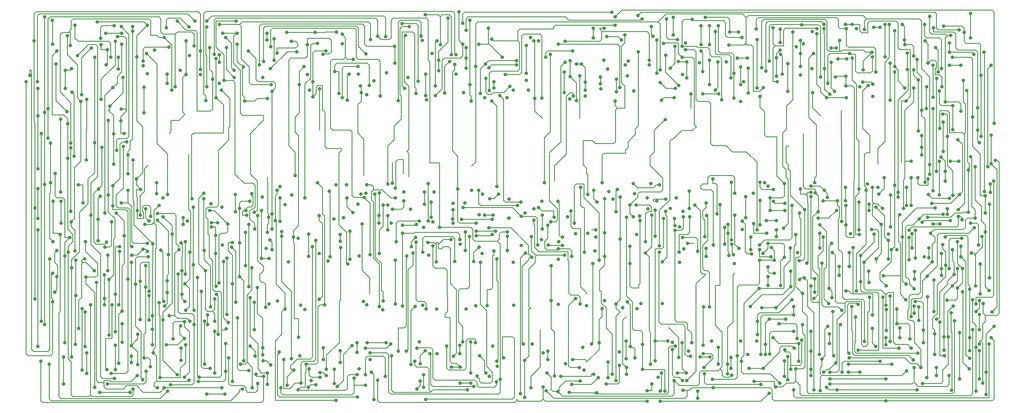
<source format=gbr>
G04 DipTrace 3.0.0.1*
G04 Bottom.gbr*
%MOMM*%
G04 #@! TF.FileFunction,Copper,L2,Bot*
G04 #@! TF.Part,Single*
G04 #@! TA.AperFunction,Conductor*
%ADD13C,0.2*%
G04 #@! TA.AperFunction,ViaPad*
%ADD14C,0.7*%
%FSLAX35Y35*%
G04*
G71*
G90*
G75*
G01*
G04 Bottom*
%LPD*%
X5915440Y8340370D2*
D13*
Y8475670D1*
X1898680Y8425690D2*
Y8041200D1*
X2100960Y7838920D1*
Y7179020D1*
X2175370Y7104610D1*
X4433360Y3816030D2*
Y4977520D1*
X4445820Y2906430D2*
X4433360Y2918890D1*
Y3816030D1*
X1978960Y4686660D2*
Y4588070D1*
X2054510Y4512520D1*
Y4101800D1*
X2175370Y7104610D2*
Y5903860D1*
X2043960Y5772450D1*
Y4751660D1*
X1978960Y4686660D1*
X7806630Y7285650D2*
Y7108110D1*
X7739760Y7041240D1*
Y6468250D1*
X7863300Y6344710D1*
Y5614100D1*
X7793110Y7416470D2*
X7806630Y7402950D1*
Y7285650D1*
X9906230Y4482990D2*
Y4109780D1*
X1533530Y1820070D2*
Y1126670D1*
X1573530Y1086670D1*
X5187290D1*
X5357290Y1256670D1*
Y1286670D1*
X5392290Y1321670D1*
X5420930D1*
X10107360Y2255880D2*
Y2331420D1*
X9958960D1*
X9918960Y2291420D1*
Y1738860D1*
X9878960Y1698860D1*
X9568270D1*
X9528270Y1738860D1*
Y2184990D1*
X13134370Y2284090D2*
Y1929610D1*
X4877560Y4043600D2*
Y3398940D1*
X4887320Y3389180D1*
X4877560Y4411930D2*
Y4043600D1*
X4796130Y4578720D2*
X4801130Y4583720D1*
X4877560D1*
Y4411930D1*
X6084880Y4709230D2*
Y5212130D1*
X6115310Y5242560D1*
Y5318140D1*
X6084880Y4709230D2*
X6099860Y4694250D1*
Y3429350D1*
X6279870Y3249340D1*
Y2932510D1*
X7304470Y1096850D2*
X6084870D1*
Y2288220D1*
X6214490Y2417840D1*
Y2867130D1*
X6279870Y2932510D1*
X15461100Y8393150D2*
X15178100D1*
X15138100Y8433150D1*
Y8688960D1*
X15098100Y8728960D1*
X14486440D1*
X14461440Y8753960D1*
X18983190Y7952310D2*
Y7688050D1*
X19080030Y7591210D1*
Y6923820D1*
X17574680Y7956450D2*
X17399190D1*
X16637780Y7803560D2*
Y8066650D1*
X14121700Y8211970D2*
Y7871090D1*
X14022030Y7771420D1*
X14265460Y8211970D2*
X14550410D1*
X14577310Y8185070D1*
X14781630D1*
X14821630Y8145070D1*
Y8041870D1*
X14861630Y8001870D1*
X15020320D1*
X15060320Y7961870D1*
Y7141960D1*
X14461440Y8753960D2*
X14304100D1*
X14265460Y8715320D1*
Y8211970D1*
X19080030Y6923820D2*
Y6820180D1*
X19145120Y6755090D1*
Y5481900D1*
X16637780Y8066650D2*
Y8331910D1*
X14169520Y1647290D2*
X14349520D1*
X14284640Y4782910D2*
Y4555300D1*
X14244640Y4515300D1*
X14121930D1*
X3019440Y7587770D2*
Y7273280D1*
X2759160Y7013000D1*
X7265250Y1434200D2*
Y1722140D1*
X17192080Y2578960D2*
X17135440Y2522320D1*
Y1990950D1*
X17070440Y1925950D1*
X8996780Y1485260D2*
Y1386670D1*
X8931780Y1321670D1*
X10176970Y5317180D2*
Y5051490D1*
X10216970Y5011490D1*
X10953880D1*
X8996780Y1829990D2*
Y1989300D1*
X9095630Y2088150D1*
X17070440Y1925950D2*
Y1780060D1*
X17035440Y1745060D1*
Y1632560D1*
X17075440Y1592560D1*
X18684070D1*
X18774080Y1682570D1*
X13823330Y1071670D2*
X15843960D1*
X16012190Y1239900D1*
X13848330Y1647290D2*
Y1306670D1*
X13823330Y1281670D1*
X11108780Y4054520D2*
X11008950Y3954690D1*
Y1231680D1*
X6564520Y7446810D2*
Y7709190D1*
X6659800Y7804470D1*
X6450400Y4376190D2*
Y4507570D1*
X6547770Y4604940D1*
Y6419960D1*
X6480500Y6487230D1*
Y6794930D1*
X6564520Y6878950D1*
Y7446810D1*
X6550740Y2366240D2*
Y2735720D1*
X6463990D1*
Y4243820D1*
X6450400Y4257410D1*
Y4376190D1*
X14349520Y1647290D2*
X14259520Y1737290D1*
Y2248770D1*
X14121930Y4515300D2*
Y2706360D1*
X14161930Y2666360D1*
X14333450D1*
X14373450Y2626360D1*
Y2524840D1*
X14454520Y2443770D1*
Y2248770D1*
X2828680Y6452230D2*
Y5845730D1*
X2759160Y7013000D2*
X2749160Y7003000D1*
Y6925850D1*
X2724160D1*
X2828680Y6821330D1*
Y6452230D1*
X17075440Y1592560D2*
X17035440Y1552560D1*
Y1290240D1*
X18778040Y5376490D2*
Y5015400D1*
X2647680Y3013200D2*
Y3144370D1*
X3439690Y7395290D2*
Y6875770D1*
X16849610Y5186450D2*
Y3543530D1*
X16929770D1*
X15781410Y2415980D2*
Y2680530D1*
X11628090Y3798400D2*
Y3100750D1*
X11696060Y1581020D2*
Y2465580D1*
X11628090Y2533550D1*
Y3100750D1*
X4264410Y3081330D2*
X4201010Y3144730D1*
Y3222860D1*
X3225920Y1321670D2*
Y1206670D1*
X3185920Y1166670D1*
X2403960D1*
X2363960Y1206670D1*
Y3013200D1*
Y1206670D2*
X2323960Y1166670D1*
X2014800D1*
X1974800Y1206670D1*
Y1869860D1*
X1917010Y1927650D1*
Y4076800D1*
X5959210Y3950070D2*
X5801110D1*
X20238190Y1526250D2*
Y2093610D1*
X18088530Y2540010D2*
Y2243860D1*
X18153600Y2178790D1*
X2647680Y3144370D2*
Y3615440D1*
X16929770Y3543530D2*
Y3269470D1*
X15781410Y2680530D2*
Y2812340D1*
X15821410Y2852340D1*
X16211640D1*
X16471640Y3112340D1*
X4201010Y3698380D2*
Y3975350D1*
X4209230Y3983570D1*
Y4236480D1*
X4184230Y4261480D1*
X4201010Y3222860D2*
Y3698380D1*
X1905960Y6655210D2*
Y6755210D1*
X1826810Y6834360D1*
X1595050D1*
Y8018590D1*
X1692590Y8116130D1*
X1905960Y5961650D2*
Y6655210D1*
X1917010Y4076800D2*
Y4185750D1*
X2014510Y4283250D1*
Y4430690D1*
X1905960Y4539240D1*
Y5961650D1*
X5801110Y3950070D2*
Y4909800D1*
X2723680Y6720210D2*
Y5221270D1*
X1895760Y6899360D2*
X1674140Y7120980D1*
Y7860510D1*
X2737670Y3521760D2*
Y2403150D1*
X2723680Y5221270D2*
Y4879710D1*
X2853680Y4749710D1*
Y4360920D1*
X2828680Y4335920D1*
Y3612770D1*
X2737670Y3521760D1*
X3692850Y5473890D2*
Y5251260D1*
X16330510Y2106140D2*
Y2066610D1*
X16410040D1*
X16450040Y2026610D1*
Y1795410D1*
X16629480D1*
X16669480Y1835410D1*
Y2301140D1*
X16450040Y1718900D2*
Y1795410D1*
X19375240Y1751930D2*
Y1592440D1*
X19065530Y1751930D2*
X18988660Y1828800D1*
X18858140D1*
X18740010Y1946930D1*
X17625380D1*
X19294120Y3875360D2*
X19058030Y3639270D1*
Y3265790D1*
X19018030Y3225790D1*
X18866110D1*
X18826110Y3185790D1*
Y2918630D1*
X18801110Y2893630D1*
Y2739220D1*
X18841110Y2699220D1*
X18895530D1*
X18935530Y2659220D1*
Y2248500D1*
X19065530Y2118500D1*
Y1751930D1*
X19261350Y4457750D2*
X19351350Y4367750D1*
Y4282670D1*
X19294120Y4225440D1*
Y3875360D1*
X20153110Y4761130D2*
X20001680D1*
X19961680Y4721130D1*
Y4566140D1*
X19921680Y4526140D1*
X19329740D1*
X19261350Y4457750D1*
X20065930Y5993970D2*
X20088110Y5971790D1*
Y4993570D1*
X20153110Y4928570D1*
Y4761130D1*
X20167510Y3395890D2*
Y4017500D1*
X20148190D1*
X20303190Y4172500D1*
Y4376850D1*
X20292410Y4387630D1*
X18888030Y4449060D2*
Y4160440D1*
X19481350Y3603700D2*
Y3743700D1*
X17109310Y1657560D2*
X17174310Y1722560D1*
X17229500D1*
X17353270Y1846330D1*
X15841600Y1412290D2*
X14752560D1*
X14712560Y1452290D1*
Y1622300D1*
X17353270Y1846330D2*
X17378270D1*
Y2710000D1*
X17538410Y2870140D1*
Y3044950D1*
X17578410Y3084950D1*
X17866270D1*
Y2218790D1*
X17906270Y2178790D1*
X17956270D1*
X17996270Y2218790D1*
Y2858050D1*
X18031380Y2893160D1*
Y3166620D1*
X19481350Y3743700D2*
Y4046280D1*
X17538410Y3044950D2*
X17384610D1*
X17344610Y3084950D1*
Y4011850D1*
X17288950Y4067510D1*
X20075270Y4052450D2*
X20108190Y4057500D1*
X20148190D1*
Y4017500D1*
X2681620Y7839740D2*
X2709570Y7867690D1*
Y8144860D1*
X6055440Y7935860D2*
Y8362580D1*
X11821890Y1571140D2*
X12432920D1*
Y1613620D1*
X12485480D1*
X8247060Y3093330D2*
Y3267960D1*
X8216590Y3298430D1*
Y3851530D1*
X8093530Y3974590D1*
Y5226050D1*
X8082280Y5237300D1*
X13147240Y4779050D2*
Y3194900D1*
X13264950Y3077190D1*
Y2535210D1*
X13304950Y2495210D1*
X13429390D1*
X13469390Y2455210D1*
Y2219090D1*
X2709570Y8144860D2*
X2579580D1*
Y8245740D1*
X8779910Y8609160D2*
X8632430D1*
X8592430Y8569160D1*
Y7240950D1*
X8617430Y7215950D1*
Y6748720D1*
X8473470Y6604760D1*
Y6334450D1*
X8343470Y6204450D1*
Y5446040D1*
X13469390Y1715590D2*
X13472690Y1712290D1*
X13913330D1*
Y1281670D1*
X13469390Y2219090D2*
Y1715590D1*
X3917010Y5233200D2*
Y6043830D1*
X3706720Y6254120D1*
Y7853460D1*
X3491570Y8068610D1*
X14434850Y1978710D2*
X14364520D1*
X14324520Y2018710D1*
Y2586360D1*
X14284520Y2626360D1*
X13838240D1*
X13798240Y2666360D1*
Y4060470D1*
X13808420Y4070650D1*
X15604850Y1733490D2*
X15896600D1*
X18125860Y4437950D2*
Y4277760D1*
X17851630Y4003530D1*
X14623880Y1966800D2*
X14817800D1*
X17819330Y4520470D2*
Y5081020D1*
X19818690Y4930510D2*
X19943700Y5055520D1*
Y6434970D1*
X19903700Y6474970D1*
X19637740D1*
Y6878790D1*
X19597740Y6918790D1*
X19440720D1*
Y6560370D1*
X12011300Y7924910D2*
Y7605950D1*
X15246460Y1733490D2*
Y1959280D1*
X19920460Y7530560D2*
Y7093640D1*
X19960460Y7053640D1*
Y6474970D1*
X19943700Y6458210D1*
Y6434970D1*
X19818690Y4793620D2*
Y4617700D1*
X19778690Y4577700D1*
X18888030D1*
X18823030Y4512700D1*
X19896680Y4728620D2*
Y4758620D1*
X19861680Y4793620D1*
X19818690D1*
X15896600Y1733490D2*
X16227720Y2064610D1*
Y2140960D1*
X16267720Y2180960D1*
X16475500D1*
X16510510Y2145950D1*
X17851630Y3477790D2*
Y3311620D1*
X17891630Y3271620D1*
X18178600D1*
X18218600Y3231620D1*
Y2103800D1*
X17801280D1*
X17851630Y4003530D2*
Y3477790D1*
X14265300Y7991990D2*
X14463980D1*
X14503980Y7951990D1*
Y7036610D1*
X14507070Y7033520D1*
Y6639450D1*
X14547070Y6599450D1*
X14466610Y6518990D1*
X14253010D1*
X14072830Y6338810D1*
X14053030D1*
X14013030Y6298810D1*
Y5123970D1*
X13808420Y4919360D1*
Y4202570D1*
X13886250Y8272160D2*
X13891060Y8276970D1*
X14186700D1*
Y8070590D1*
X14265300Y7991990D1*
X12011300Y7605950D2*
X12141290Y7475960D1*
Y7118460D1*
X5984460Y7762480D2*
X6329190Y8107210D1*
X6514030D1*
X15635690Y2980870D2*
X15872160Y3217340D1*
X16286640D1*
X16446630Y3377330D1*
X11901510Y4014030D2*
X11343780D1*
X11317030D1*
X11231730Y4099330D1*
Y4386090D1*
X14812800Y2973800D2*
Y3661120D1*
X14772800Y3701120D1*
X14718440D1*
X14678440Y3741120D1*
Y4205640D1*
X14782340Y4309540D1*
Y4787910D1*
X14757340Y4812910D1*
X4707770Y8604000D2*
X4682770Y8579000D1*
Y8040010D1*
X4707770Y8015010D1*
Y7399780D1*
X3889230Y8588980D2*
Y8742730D1*
X3929230Y8782730D1*
X4169000D1*
X4347730Y8604000D1*
X2669600Y8473720D2*
X2993670D1*
X12221960Y5380730D2*
Y5011660D1*
X12261960Y4971660D1*
X12298320D1*
Y4071910D1*
X12553830Y5076660D2*
X12483330Y5147160D1*
Y5320680D1*
X11094300Y1151680D2*
Y1894830D1*
X19357830Y8189190D2*
X19412820Y8134200D1*
Y7700560D1*
X1447080Y8803120D2*
Y6883780D1*
X17048210Y7594550D2*
Y8607250D1*
X17008210Y8647250D1*
X16662790D1*
X10802140Y7411120D2*
X10677080Y7286060D1*
X10468770D1*
X10429790Y7247080D1*
X10356330D1*
X10316330Y7287080D1*
Y7570850D1*
X11094300Y1894830D2*
X11183250Y1983780D1*
Y2934770D1*
X11223250D1*
X11183250Y2974770D1*
Y3738130D1*
X11303780Y3858660D1*
Y3974030D1*
X11343780Y4014030D1*
X6763600Y1729080D2*
Y1596660D1*
X6803600Y1556660D1*
X6982080D1*
X17553020Y4625470D2*
Y5016020D1*
X17559400Y7414460D2*
X17686890D1*
X17726890Y7374460D1*
Y5512100D1*
X17714330Y5499540D1*
Y4365160D1*
X17593020D1*
X17553020Y4405160D1*
Y4625470D1*
X17558070Y7610290D2*
X17559400Y7414460D1*
X17346380Y7594550D2*
X17362120Y7610290D1*
X17558070D1*
X16446630Y3377330D2*
Y3695340D1*
X1447080Y5438220D2*
Y2617680D1*
Y6883780D2*
Y5438220D1*
X16662790Y8647250D2*
X16659720Y8650320D1*
X16056020D1*
X16016020Y8610320D1*
Y7917120D1*
X10203960Y3872290D2*
Y3024180D1*
X10331460Y2896680D1*
Y1776020D1*
X10447560Y1659920D1*
Y1476200D1*
X10407560Y1436200D1*
X10226390D1*
X10186390Y1476200D1*
Y1541200D1*
X10148290D1*
Y1581790D1*
X10140800D1*
X11281230Y4715350D2*
Y4629110D1*
X11296730Y4613610D1*
Y4166830D1*
X11384530Y4079030D1*
X11966510D1*
Y3903400D1*
X11983350Y3886560D1*
Y3245860D1*
X12023350Y3205860D1*
X12169830D1*
X12209830Y3165860D1*
Y3034460D1*
X6019870Y4120070D2*
Y4274520D1*
X5972460Y4321930D1*
X16053280Y4162040D2*
X16116340Y4098980D1*
Y3914810D1*
X15119520Y4230470D2*
Y4569770D1*
X1769260Y6750940D2*
Y5283320D1*
X18010500Y3689350D2*
Y3479350D1*
X18024050Y3465800D1*
X4759880Y4912520D2*
X4854120D1*
X5124280Y4642360D1*
X1777440Y4653070D2*
Y5101580D1*
X2294600Y1636950D2*
Y2046630D1*
X19443680Y4642700D2*
X19311340D1*
X19598670Y4945510D2*
Y4837700D1*
X15369290Y1992150D2*
Y1554910D1*
X15329290Y1514910D1*
X14868050D1*
X15822420Y3914810D2*
Y3451480D1*
X15782420Y3411480D1*
X15415690D1*
X15375690Y3371480D1*
Y2314170D1*
X15369290Y2307770D1*
Y1992150D1*
X16116340Y3914810D2*
X15822420D1*
X5124280Y4642360D2*
Y4491930D1*
X5084280Y4451930D1*
X4990960D1*
X4950960Y4411930D1*
Y3454180D1*
X20333370Y8097280D2*
X20343110Y8087540D1*
Y5294580D1*
X15257320Y4230470D2*
X15269490Y4218300D1*
Y4047590D1*
X15294490Y4022590D1*
X4863630Y3132200D2*
Y2920330D1*
X4823630Y2880330D1*
X4717320D1*
X4677320Y2920330D1*
Y3702150D1*
X8140850Y1497310D2*
Y1086670D1*
X8180850Y1046670D1*
X10892390D1*
X10932390Y1086670D1*
Y1119010D1*
X10972390Y1079010D1*
X11425250D1*
X11465250Y1119010D1*
X11512590Y1071670D1*
X13559690D1*
X18363600Y2208790D2*
Y2355020D1*
X17483270Y1657560D2*
Y1841930D1*
X17523270Y1881930D1*
X18243600D1*
X4863630Y2682690D2*
Y2840330D1*
X4823630Y2880330D1*
X18642140Y2549900D2*
Y2355020D1*
X11465250Y1119010D2*
Y1360510D1*
X4677320Y3702150D2*
X4542160Y3837310D1*
Y5158250D1*
X4645690Y5261780D1*
X13559690Y1289010D2*
X13649690D1*
Y1419010D1*
X7730590Y1161850D2*
X6164870D1*
X6124870Y1201850D1*
Y2020670D1*
X6159870D1*
Y2067570D1*
X8067650Y1111670D2*
Y1608140D1*
X8015430Y1660360D1*
X16235120Y8287680D2*
Y8563150D1*
X9104310Y1111670D2*
X9111650Y1119010D1*
X10852390D1*
X10892390Y1159010D1*
Y2333550D1*
X10852390Y2373550D1*
X10645120D1*
Y1971020D1*
X10670120Y1946020D1*
X20238190Y2224950D2*
Y2288590D1*
X20267870D1*
X20307870Y2328590D1*
Y2626860D1*
X20357870Y2676860D1*
Y2803920D1*
X20594730D1*
X20634730Y2843920D1*
Y5884290D1*
X20599730Y5919290D1*
X20564980D1*
X19001540Y5571890D2*
Y5456490D1*
X19041540Y5416490D1*
X19210120D1*
Y5546490D1*
X19095750Y1435280D2*
X19465230D1*
X19505230Y1475280D1*
Y1705340D1*
X19615270Y1815380D1*
Y2371540D1*
X16155130Y7610020D2*
Y7983920D1*
X20267870Y2288590D2*
X20307870Y2248590D1*
Y1443510D1*
X18868040Y5015400D2*
Y5571890D1*
X20357870Y2803920D2*
X20320140Y2841650D1*
Y3038450D1*
X19615270Y2371540D2*
X19607260Y2379550D1*
Y2883020D1*
X19712260Y2988020D1*
X16155130Y7983920D2*
Y8058930D1*
X16235120Y8138920D1*
X16627980Y4863630D2*
Y4769280D1*
X16649280Y4747980D1*
Y4008210D1*
X16609280Y3968210D1*
X16551630D1*
Y3381500D1*
X16685800Y3247330D1*
X14127080Y7364400D2*
X13939470D1*
X13821250Y7482620D1*
X3184930Y1851630D2*
Y1981630D1*
X4186020Y2142560D2*
Y1899570D1*
X8554420Y2082790D2*
Y2550200D1*
X8674790D1*
X8714790Y2590200D1*
Y3891390D1*
X8728120Y3904720D1*
Y3993940D1*
X17896890Y7492270D2*
X18069960D1*
Y7477270D1*
X18094960Y7452270D1*
X9688200Y3887740D2*
Y4347990D1*
X9648200Y4387990D1*
X9084010D1*
X9044010Y4347990D1*
Y4074790D1*
X14687800Y2036060D2*
X14842800D1*
X14882800Y1996060D1*
Y1935130D1*
X14699970Y1752300D1*
X10072310Y3887740D2*
Y4062930D1*
X10184150Y4174770D1*
X9788960Y2202780D2*
Y2032780D1*
X19015030Y6508100D2*
Y7534620D1*
X2064070Y2220490D2*
Y3193220D1*
X2070170Y3199320D1*
X11560820Y1916410D2*
Y2086750D1*
X16685800Y3247330D2*
Y2881670D1*
X16774480Y2792990D1*
Y1265240D1*
X16814480Y1225240D1*
X19702120D1*
X19742120Y1265240D1*
Y2695600D1*
X14697800Y2973800D2*
X14687800Y2963800D1*
Y2206060D1*
X19015030Y7534620D2*
X18918190Y7631460D1*
Y7740560D1*
X2070170Y3199320D2*
X2070990Y3909860D1*
X4853200Y8055380D2*
Y8742160D1*
X4893200Y8782160D1*
X8097680D1*
X8137680Y8742160D1*
Y8417780D1*
X18088530Y2810590D2*
X18096380Y2818440D1*
Y3231620D1*
X17700230D1*
X17675360D1*
X17617010Y3289970D1*
X17552010D1*
X3746190Y3053640D2*
Y2800290D1*
X3759690Y2786790D1*
Y1546440D1*
X9386760Y4572990D2*
X10013200D1*
X10053200Y4532990D1*
Y4334770D1*
X10093200Y4294770D1*
X10548200D1*
X10605120Y4237850D1*
Y1842520D1*
X10608110Y1839530D1*
Y1513620D1*
X5826400Y2003200D2*
Y2152580D1*
X19021110Y2973030D2*
Y2699220D1*
X19798480Y4283570D2*
Y3847990D1*
X19905270Y3741200D1*
X14963620Y4842150D2*
Y5427580D1*
X14942180Y5449020D1*
X14881750D1*
Y5545577D1*
X3160920Y1256670D2*
X2549470D1*
X15541110Y5190200D2*
Y4763410D1*
X17700230Y3231620D2*
Y4168120D1*
X10608110Y1513620D2*
Y1256670D1*
X10568110Y1216670D1*
X8399400D1*
X8359400Y1256670D1*
Y2007960D1*
X8319400Y2047960D1*
X7990490D1*
X10548200Y4294770D2*
X10588200Y4334770D1*
Y4442940D1*
X10628200Y4482940D1*
X10750050D1*
X8137680Y8417780D2*
X8209330Y8346130D1*
X8372430D1*
X8412430Y8386130D1*
Y8739160D1*
X8452430Y8779160D1*
X9119370D1*
X9159370Y8739160D1*
Y7934120D1*
X9192790Y7900700D1*
Y5868330D1*
X9382070D1*
X9386760Y5863640D1*
Y4572990D1*
X3759690Y1546440D2*
X4173300D1*
Y1743210D1*
X4276020Y1845930D1*
Y2206200D1*
X13278790Y5456280D2*
X13368400Y5366670D1*
X13682960D1*
X13743870Y5427580D1*
X13808870D1*
X5826400Y2152580D2*
Y2739950D1*
X5723250Y2843100D1*
Y3362060D1*
X19800270Y3349320D2*
Y3149160D1*
X19760270Y3109160D1*
X19590270D1*
X19905270Y3741200D2*
Y3454320D1*
X19800270Y3349320D1*
X11612290Y8054900D2*
Y6495900D1*
X11492390Y6376000D1*
Y5473460D1*
X3124430Y5650560D2*
Y6101040D1*
X3162320Y6138930D1*
Y6297990D1*
X3212760Y6348430D1*
Y8519740D1*
X18214910Y5238280D2*
X18325900Y5349270D1*
Y5574670D1*
X7646590Y7954400D2*
X7531590D1*
X7491590Y7994400D1*
Y8392640D1*
X7426450Y8457780D1*
X9853960Y2266420D2*
Y2574870D1*
X9763960Y2664870D1*
Y3295750D1*
X9803960Y3335750D1*
X9948200D1*
X9988200Y3375750D1*
Y4387990D1*
X10011020Y1646790D2*
Y2266420D1*
X16764900Y3856450D2*
X16789900Y3881450D1*
Y5058130D1*
X16784610Y5063420D1*
Y5201450D1*
X16744610Y5241450D1*
X16637780D1*
Y5345140D1*
X9850640Y8675900D2*
Y8861140D1*
X9890640Y8901140D1*
X12852430D1*
X16849610Y5406450D2*
X17028450D1*
X17120320Y5314580D1*
X20061730Y8876130D2*
Y8381380D1*
X14081070Y8443270D2*
Y8796130D1*
X17470280Y2906760D2*
X17405280Y2971760D1*
X17114770D1*
X17074770Y3011760D1*
Y3856450D1*
X1311670Y4747550D2*
Y5348320D1*
X5253200Y7732840D2*
X5206980Y7779060D1*
Y8270800D1*
X5088200Y8389580D1*
X3212760Y8519740D2*
X3214560Y8609740D1*
X16849610Y5276450D2*
X16784610D1*
Y5241450D1*
X16744610D1*
X17120320Y5314580D2*
X17185320Y5249580D1*
Y5173140D1*
X7869760Y5172300D2*
X7668600D1*
X7628600Y5212300D1*
Y6492170D1*
X7588600Y6532170D1*
X7231820D1*
X7191820Y6572170D1*
Y7914400D1*
X7231820Y7954400D1*
X7451590D1*
X7491590Y7994400D1*
X7988530Y4025930D2*
Y5053530D1*
X7869760Y5172300D1*
X19383710Y7570560D2*
X19372820Y7559670D1*
Y5697630D1*
X19477820Y7764200D2*
Y8345230D1*
X19437820Y8385230D1*
X19183190D1*
X19143190Y8425230D1*
Y8654770D1*
X19700510Y7989610D2*
X20062920D1*
X20102920Y7949610D1*
Y6790380D1*
X19440230Y2664390D2*
Y1992060D1*
X19540180D1*
X19327450Y2883020D2*
Y3513710D1*
X20256490Y3233450D2*
Y3835040D1*
X20173190Y2883020D2*
X20238190Y2948020D1*
Y3103450D1*
X17671270Y2979950D2*
Y2488090D1*
X17690380Y2468980D1*
Y2038790D1*
X17730380Y1998790D1*
X18818610D1*
X18908330Y1909070D1*
X19507750Y6093230D2*
Y6690380D1*
X20361090Y5204580D2*
X20357400Y5200890D1*
Y4857350D1*
X20102920Y6790380D2*
Y6197220D1*
X20258120Y6042020D1*
Y5204580D1*
X20361090D1*
X16616630Y3903210D2*
X16681630D1*
X16724770Y3946350D1*
Y4928630D1*
X18024360Y4911010D2*
Y5041020D1*
X16994610Y4755470D2*
X17210160D1*
X17365700Y4911010D1*
X20108190Y2517500D2*
Y1225240D1*
X20068190Y1185240D1*
X16675537D1*
X16635537Y1225240D1*
Y1395493D1*
X16549410Y1481620D1*
X16509410Y1441620D1*
X16360710D1*
X16279380Y1360290D1*
X16142190D1*
X20238190Y2818020D2*
Y2517500D1*
X15249520Y5480580D2*
Y4321140D1*
X16679910Y2616250D2*
Y2449490D1*
X16734480Y2394920D1*
Y1770410D1*
X16694480Y1730410D1*
X16549410D1*
X12062750Y1912060D2*
X12312920D1*
X12352920Y1872060D1*
X12590460Y2109600D1*
Y2249090D1*
X16416510Y6206210D2*
X16351510D1*
Y5884810D1*
X16399860Y5836460D1*
Y5746120D1*
X16437060Y5708920D1*
Y5216340D1*
X16724770Y4928630D1*
X16142190Y1360290D2*
X16117190Y1385290D1*
Y1473210D1*
X16113110Y1477290D1*
X15714370D1*
X12590460Y2249090D2*
Y2720230D1*
X12650610Y2780380D1*
Y2939750D1*
X16549410Y1730410D2*
Y1481620D1*
X18092420Y5379670D2*
Y5086970D1*
X18132420Y5046970D1*
X18092420D1*
Y4810590D1*
X18270930Y4632080D1*
X16570230Y2335220D2*
Y2590530D1*
X16530230Y2630530D1*
X16213210D1*
X19659590Y5903980D2*
X19826710D1*
X18871540Y5897710D2*
X18743360D1*
Y5553880D1*
X18713040Y5523560D1*
Y4950400D1*
X18743350Y7374810D2*
X18603090Y7515070D1*
Y7739930D1*
X18536810Y7806210D1*
X16241590Y8048920D2*
X16278950Y8011560D1*
Y7658270D1*
X18132420Y5046970D2*
X18192500D1*
X18289070Y4950400D1*
X18164620Y3940610D2*
Y3848900D1*
X18270930Y4632080D2*
Y4046920D1*
X18164620Y3940610D1*
X18743360Y5897710D2*
Y6924320D1*
X18918190Y7099150D1*
Y7374810D1*
X18536810Y7806210D2*
Y8526540D1*
X11776290Y8253860D2*
X12965780D1*
X13005780Y8213860D1*
Y7381180D1*
X10528110Y1461200D2*
Y1396200D1*
X10488110Y1356200D1*
X10179660D1*
X10139660Y1396200D1*
Y1461210D1*
X10099660Y1501210D1*
X9291700D1*
X9251700Y1541210D1*
Y2113150D1*
X9211700Y2153150D1*
X8940060D1*
X8930650Y2143740D1*
X7578330Y4496830D2*
Y3928420D1*
X13143990Y1616240D2*
Y1751530D1*
X2658680Y4859680D2*
Y7223890D1*
X2814580Y7379790D1*
X2883750Y4859680D2*
X3044710Y4698720D1*
Y4403240D1*
X5547980Y4629000D2*
Y3374640D1*
X8719540Y2082760D2*
X8754790Y2118010D1*
Y3717450D1*
X8849010Y3811670D1*
Y4058940D1*
X13143990Y1751530D2*
X13069370Y1826150D1*
Y2705650D1*
X13134370Y2770650D1*
X2814580Y7379790D2*
X2904680Y7469890D1*
Y7607780D1*
X2994680Y7697780D1*
Y8252210D1*
X2999730Y2884270D2*
X2932670Y2817210D1*
Y1837360D1*
X3044710Y4403240D2*
Y3840450D1*
X2999730Y3795470D1*
Y2884270D1*
X4782320Y2976330D2*
Y3795410D1*
X4655930Y3921800D1*
Y4105450D1*
X2997670Y2263310D2*
Y2630420D1*
X5844150Y1578490D2*
Y1086670D1*
X5804150Y1046670D1*
X1403530D1*
X1363530Y1086670D1*
Y1883710D1*
X5691530Y1616430D2*
X5699720Y1608240D1*
Y1578490D1*
X5844150D1*
X4655930Y4105450D2*
X4645680Y4115700D1*
Y5147650D1*
X9857270Y4969520D2*
X10849570D1*
X11026400Y4792690D1*
X12575480Y1548620D2*
X12444300Y1417440D1*
X12043930D1*
X12774990Y1864610D2*
Y1548620D1*
X13974520Y2290130D2*
X13718930D1*
X13891310Y4752220D2*
Y4177570D1*
X13851310Y4137570D1*
X13718920D1*
Y3898750D1*
X13718930Y3898740D1*
Y2290130D1*
X11567410Y4218550D2*
X11576930Y4209030D1*
X11859310D1*
X11026400Y4792690D2*
X11306230D1*
X11346230Y4752690D1*
Y4258550D1*
X11361730D1*
Y4218550D1*
X14118580Y4605300D2*
X14105930Y4617950D1*
Y4752220D1*
X13718930Y2290130D2*
Y1888040D1*
X5281710Y5231150D2*
Y4884590D1*
X6965940Y4811160D2*
Y4708950D1*
X7030170Y4644720D1*
Y3185650D1*
X6965170Y3120650D1*
X8919390Y4631610D2*
X8905550Y4617770D1*
X8644080D1*
X16024840Y2020450D2*
Y2440980D1*
X16064840Y2480980D1*
X16505230D1*
X11557870Y4610760D2*
Y4351270D1*
X11502410Y4295810D1*
Y4159040D1*
X11542410Y4119040D1*
X11769310D1*
Y4144030D1*
X13004370Y1799610D2*
Y1459010D1*
X12964370Y1419010D1*
X12734990D1*
X19863540Y6913000D2*
Y7053630D1*
X19823540Y7093630D1*
X19553490D1*
X18088890Y8001210D2*
Y7716200D1*
X18048890Y7676200D1*
X17791900D1*
X17751900Y7716200D1*
Y8056210D1*
X17644930D1*
X17634930Y8066210D1*
X14987800Y2155980D2*
Y1817350D1*
X18936210Y3685140D2*
Y3530800D1*
X9110690Y2928550D2*
Y3044800D1*
X9070690Y3084800D1*
X8954010D1*
X8914010Y3124800D1*
Y4278350D1*
X14811620Y8623960D2*
Y8250070D1*
X18341810Y8656540D2*
Y8001210D1*
X19553490Y7093630D2*
Y8381700D1*
X19593490Y8421700D1*
X19656170D1*
X19667390Y8432920D1*
X11769310Y4144030D2*
X12002230D1*
X12042230Y4104030D1*
Y3991400D1*
X19593490Y8421700D2*
X19553490Y8461700D1*
X19282830D1*
X19242830Y8501700D1*
Y8810760D1*
X17634930Y8066210D2*
X17231380D1*
X17191380Y8026210D1*
Y7464560D1*
X13524670Y4055560D2*
X13652910Y4183800D1*
Y4816650D1*
X13624680Y1823040D2*
Y2459850D1*
X13597920Y2486610D1*
Y3982310D1*
X13524670Y4055560D1*
X20372870Y1210240D2*
Y1656250D1*
X13756250Y8337160D2*
Y7670700D1*
X12853840Y1613610D2*
Y2421880D1*
X12734990Y2546880D1*
Y2957480D1*
X12640440Y3052030D1*
Y3290650D1*
X12600440D1*
Y3710020D1*
X12700820Y3810400D1*
Y3989530D1*
X14574770Y1136680D2*
Y1282290D1*
X3913300Y1278170D2*
X3761800Y1126670D1*
X1771720D1*
X1731720Y1166670D1*
Y2851610D1*
X1756720Y2876610D1*
Y4430690D1*
X4069340Y7399780D2*
Y8459000D1*
X3824230D1*
X3784230Y8499000D1*
Y8767410D1*
X3744230Y8807410D1*
X1552080D1*
X1512080Y8767410D1*
Y6957930D1*
X7994580Y8352780D2*
Y8661400D1*
X7954580Y8701400D1*
X5411210D1*
X5361970Y8652160D1*
X5401970Y8612160D1*
Y7958280D1*
X5562850Y7797400D1*
Y7480560D1*
X5602850Y7440560D1*
X5995440D1*
X7328890Y1369200D2*
X7452290Y1492600D1*
Y2015760D1*
X7627890Y2191360D1*
X13045780Y8337160D2*
X12978140Y8404800D1*
X12746880D1*
X4445570Y8224040D2*
Y8459000D1*
X4405570Y8499000D1*
X4109340D1*
X4069340Y8459000D1*
X17164080Y1355240D2*
X17214040Y1305280D1*
X17380140D1*
X5361970Y8652160D2*
X4958200D1*
X20372870Y1656250D2*
Y2421860D1*
X20537870Y2586860D1*
X12700820Y4466190D2*
Y5149210D1*
Y3989530D2*
Y4466190D1*
X1756720Y4430690D2*
X1729340Y4458070D1*
X1612100D1*
Y5094690D1*
X1512080Y6957930D2*
Y6368470D1*
X17380140Y1305280D2*
X18989890D1*
X18153890Y7696740D2*
Y8152060D1*
X18113890Y8192060D1*
X17606920D1*
X17566920Y8232060D1*
Y8567690D1*
X14986100Y7901870D2*
Y7386680D1*
X14931680Y7332260D1*
X15934840Y2016870D2*
Y2216870D1*
X17801270Y3019950D2*
X17776270Y3044950D1*
X17627270D1*
X17587270Y3004950D1*
Y2061930D1*
X17612270Y2036930D1*
X17959360Y5314670D2*
Y4233110D1*
X17765230Y4038980D1*
Y3297160D1*
X18004960Y7427270D2*
X17896890Y7319200D1*
Y6560660D1*
X18036900Y6420650D1*
Y6073990D1*
X17964330D1*
X17924330Y6033990D1*
Y5414700D1*
X17959360Y5379670D1*
Y5314670D1*
X17566920Y8567690D2*
X17441520D1*
X17401520Y8607690D1*
Y8752250D1*
X17361520Y8792250D1*
X15796030D1*
X15756030Y8752250D1*
Y8563150D1*
X16011410Y2730530D2*
X16345410D1*
X15934840Y2216870D2*
Y2653960D1*
X16011410Y2730530D1*
X13931320Y4893020D2*
Y4817220D1*
X13956310Y4792230D1*
Y3969550D1*
X13866310Y3879550D1*
X19000530Y2038790D2*
X17770380D1*
X17730380Y2078790D1*
Y2241900D1*
X17753730Y2265250D1*
Y2765020D1*
X19800270Y3746600D2*
Y3494740D1*
X19697470Y3391940D1*
X14928100Y8508270D2*
Y8081870D1*
X14968100Y8041870D1*
X15200600D1*
X15240600Y8001870D1*
Y7579500D1*
X19629160Y3746600D2*
Y4308570D1*
X19669160Y4348570D1*
X19880870D1*
X13752920Y5106660D2*
X13745740Y5099480D1*
X13687920D1*
Y5141670D1*
X13931320D1*
X16509910Y2812340D2*
Y2982340D1*
X15844840Y2016870D2*
Y2770770D1*
X15886410Y2812340D1*
X16509910D1*
X19525270Y2367500D2*
Y2103330D1*
X19697470Y3391940D2*
X19525270Y3219740D1*
Y2367500D1*
X10538920Y3937290D2*
Y3506990D1*
X10565120Y3480790D1*
Y1906380D1*
X10539760Y1881020D1*
X7925310Y2256360D2*
X8306880D1*
X8497060Y3908640D2*
Y3028330D1*
X7725570Y2256360D2*
Y2059700D1*
X12917430Y8805280D2*
X13053280Y8941130D1*
X20498110D1*
X20538110Y8901130D1*
Y6665390D1*
X9335300Y8325820D2*
X9300910Y8291430D1*
Y7419630D1*
X19505720Y6853790D2*
X19597740D1*
Y6401110D1*
X18445860Y2282010D2*
Y3191380D1*
X10432700Y8359200D2*
X10471540Y8320360D1*
X10957140D1*
Y8517200D1*
X10997140Y8557200D1*
X11671310D1*
Y8597200D1*
X11713910Y8639800D1*
X12912910D1*
X12917430Y8635280D1*
X17389210Y5108140D2*
Y5011760D1*
X17430700Y4970270D1*
Y4772400D1*
X17405700Y4747400D1*
Y4133160D1*
X17487010Y4051850D1*
Y3164950D1*
X17527010Y3124950D1*
X17891270D1*
X17931270Y3084950D1*
Y2282010D1*
X10384280Y7323740D2*
Y7673450D1*
X10424280Y7713450D1*
X10957140D1*
X10997140Y7753450D1*
Y8280360D1*
X10957140Y8320360D1*
X19597740Y6401110D2*
X19594590Y6397960D1*
Y5820150D1*
X19703670Y5711070D1*
Y5218990D1*
X17389210Y5108140D2*
X17099100D1*
X19830510Y8541700D2*
X19419300D1*
X19379300Y8581700D1*
Y8861130D1*
X19339300Y8901130D1*
X13443090D1*
X13370880Y8828920D1*
X5318250Y2752770D2*
Y1732630D1*
X5358250Y1692630D1*
X5553250D1*
X19499610Y4225440D2*
Y4143560D1*
X19564160Y4079010D1*
Y3813700D1*
X17544500Y5106020D2*
Y5379580D1*
X12443330Y4518940D2*
X12529200D1*
X12365560Y5235510D2*
Y5631350D1*
X12342870Y5654040D1*
Y5758580D1*
X12271350Y5830100D1*
Y6312580D1*
X12455640D1*
X12514360Y6253860D1*
X12882150D1*
X12922150Y6293860D1*
Y6925340D1*
X12962150Y6965340D1*
X12912150Y7015340D1*
Y7111430D1*
X16904260Y8070150D2*
X16807780Y7973670D1*
Y6784330D1*
X16963430Y6628680D1*
Y5603160D1*
X16931550Y5571280D1*
Y5471910D1*
X18407810Y3940620D2*
Y4306240D1*
X3224410Y5928230D2*
Y5114270D1*
X3239930Y5098750D1*
Y4626690D1*
X3620520Y4246100D1*
X2280370Y5928230D2*
Y6537330D1*
X2290380Y6547340D1*
Y7145530D1*
X13529910Y4287120D2*
Y4841650D1*
X13569910Y4881650D1*
X13645820D1*
Y4979700D1*
X13605820Y5019700D1*
X13343030D1*
X2579590Y7145530D2*
Y7550220D1*
X2864680Y7835310D1*
Y8317210D1*
X13110780Y8443680D2*
Y8279190D1*
X13045780Y8214190D1*
Y7476870D1*
X13107150Y7415500D1*
Y6965340D1*
X12962150D1*
X13678200Y8414690D2*
X13643200Y8449690D1*
Y8614800D1*
X19339700Y2434070D2*
Y2013330D1*
X19564160Y3813700D2*
Y3582800D1*
X19392450Y3411090D1*
Y2839390D1*
X19302450Y2749390D1*
Y2536320D1*
X19339700Y2499070D1*
Y2434070D1*
X17256380Y8180530D2*
X17361510D1*
X18407810Y4306240D2*
X18335930Y4378120D1*
Y4805110D1*
X18159070Y4981970D1*
X3608680Y2523730D2*
Y2210040D1*
Y2790980D2*
Y2523730D1*
X3620520Y4246100D2*
Y3850180D1*
X3608680Y3838340D1*
Y2790980D1*
X11073950Y2228520D2*
X11048950Y2253520D1*
Y3785700D1*
X11173780Y3910530D1*
Y3940530D1*
X11208780Y3975530D1*
X11238780D1*
X11173780Y4040530D1*
Y4211960D1*
X10825070Y4560670D1*
X10378420D1*
X4688450Y7118590D2*
Y7211250D1*
X4642770Y7256930D1*
Y8873670D1*
X4682770Y8913670D1*
X9649290D1*
X9689290Y8873670D1*
Y8064970D1*
X9714290Y8039970D1*
X8434980Y4937470D2*
X8626100D1*
X8666100Y4977470D1*
Y5107750D1*
X11451230Y4814780D2*
X11451240Y4542680D1*
X8176590Y2978440D2*
Y3833060D1*
X8053530Y3956120D1*
Y5089090D1*
X8017080Y5125540D1*
Y5287670D1*
X8057080Y5327670D1*
Y5388540D1*
X8017080Y5428540D1*
X7922850D1*
X2893680Y6119980D2*
Y6323210D1*
X2933680Y6363210D1*
X3099530D1*
X3139530Y6403210D1*
Y8453250D1*
X2985040Y8607740D1*
X11906320Y7892840D2*
X11822010Y7808530D1*
Y6292570D1*
X11597390Y6067950D1*
Y5104010D1*
X11753470Y4947930D1*
Y4725970D1*
X11713470Y4685970D1*
X11622860D1*
X12699450Y8574800D2*
X12609450D1*
Y8548680D1*
X12649450Y8508680D1*
Y8358860D1*
X12609450Y8318860D1*
X11906320D1*
X9369990Y7720260D2*
Y7934980D1*
X13598440Y7931340D2*
Y8468680D1*
X13558440Y8508680D1*
X12649450D1*
X8057080Y5327670D2*
X8237280D1*
X8400930Y5164020D1*
X8499550D1*
X1970960Y6172280D2*
Y4895950D1*
X12542790Y1241670D2*
X12510110D1*
Y1216670D1*
X13953930D1*
X13993930Y1256670D1*
Y2143770D1*
X14033930Y2183770D1*
X14129520D1*
X11996130Y1256680D2*
X12011140Y1241670D1*
X12542790D1*
X6728330Y8251230D2*
Y8373390D1*
X7168320D1*
X7208320Y8333390D1*
Y8097340D1*
X7168320Y8057340D1*
X7045000D1*
X7037840Y8050180D1*
X6482770Y5610410D2*
Y6082780D1*
X6350500Y6215050D1*
Y7936300D1*
X6390507Y7976307D1*
X6688330D1*
X6728330Y8016307D1*
Y8251230D1*
X9061780Y1609990D2*
Y1354390D1*
X14359480Y7901140D2*
X14197260D1*
X14186700Y7911700D1*
X14359480Y7581430D2*
Y7901140D1*
X9369990Y7934980D2*
Y8108060D1*
X9557230Y8295300D1*
Y8783670D1*
X16098450Y5334410D2*
X15872630D1*
X15832630Y5374410D1*
Y5474700D1*
X10645050Y7992150D2*
X10367700Y8269500D1*
X10351940Y8253740D1*
X10175610D1*
X13846530Y7127010D2*
X13899820Y7180300D1*
X14105160D1*
X1543430Y3936080D2*
Y2113300D1*
X1503430Y2073300D1*
X1221670D1*
X1181670Y2113300D1*
Y7712250D1*
X1146660Y7747260D1*
Y7625110D1*
X10367700Y8269500D2*
Y8577220D1*
X17113210Y8657690D2*
X17058650Y8712250D1*
X15991020D1*
X15951020Y8672250D1*
Y7716880D1*
X9776450Y8908120D2*
Y8327930D1*
X9850640Y8253740D1*
X2448060Y1359430D2*
Y3256150D1*
X2269620Y3434590D1*
Y3570200D1*
X9105410Y7655260D2*
Y7226150D1*
X14640410Y8250070D2*
Y8623960D1*
Y8115990D2*
X14679350Y8077050D1*
Y7706250D1*
X17686910Y8657160D2*
X17543290Y8657690D1*
X18764760Y7116740D2*
X18853190Y7205170D1*
Y8141740D1*
X18641810D1*
X18601810Y8181740D1*
Y8681540D1*
X18561810Y8721540D1*
X18036330D1*
X17996330Y8681540D1*
Y8488190D1*
X17874850D1*
X17834850Y8528190D1*
Y8657160D1*
X17686910D1*
X18764760Y7116740D2*
X18673040D1*
Y5872710D1*
X5053170Y7524000D2*
Y8040390D1*
X4893200Y8200360D1*
Y8717160D1*
X5292360D1*
X5665920Y4538960D2*
Y4646240D1*
X5570400Y4741760D1*
Y4899610D1*
X5610400Y4939610D1*
X5635390D1*
X5675390Y4979610D1*
Y5419110D1*
X5635390Y5459110D1*
X5457810D1*
X5274170Y5642750D1*
Y7484000D1*
X5234170Y7524000D1*
X5053170D1*
X9850640Y8253740D2*
Y8014970D1*
X9810640Y7974970D1*
X9474990D1*
X9434990Y7934970D1*
Y7356160D1*
X9304980Y7226150D1*
X2269620Y3570200D2*
X2471890D1*
X2511890Y3610200D1*
Y3845770D1*
X2267030Y4090630D1*
Y4282590D1*
X14887340Y4217590D2*
Y5286380D1*
X14847337Y5326383D1*
X14674250D1*
X14634250Y5366383D1*
Y5406840D1*
X14674250Y5446840D1*
X14777760D1*
Y5570580D1*
X14817760Y5610580D1*
X15279870D1*
X15319870Y5570580D1*
Y5257580D1*
X20446770Y5036500D2*
Y3557660D1*
X18953030Y4512700D2*
Y3950440D1*
X20272860Y6398030D2*
Y7624820D1*
X12962490Y5334380D2*
X12935520Y5307410D1*
Y4886530D1*
X19284650Y5055400D2*
X19664520D1*
X19838700Y5229580D1*
X19931730Y8496580D2*
Y8581140D1*
X19891730Y8621140D1*
X19521140D1*
X20272860Y7624820D2*
X20268370Y7629310D1*
Y8236380D1*
X20228370Y8276380D1*
X19971730D1*
X19931730Y8316380D1*
Y8496580D1*
X12340850Y3230870D2*
Y3260870D1*
X12225720Y3376000D1*
Y4548410D1*
X12066960D1*
X12026960Y4588410D1*
Y4900170D1*
X19838700Y5229580D2*
X19903700Y5294580D1*
Y6243800D1*
X19810180Y6337320D1*
X20063290Y4656130D2*
X20186530D1*
X20226530Y4616130D1*
Y4217630D1*
X16849900Y3391700D2*
Y3106550D1*
X16889900Y3066550D1*
X16994770D1*
X17039780D1*
X17024770Y3051540D1*
Y2015950D1*
X16994770Y3066550D2*
X17034770Y3106550D1*
Y3721930D1*
X16994610Y3762090D1*
Y3992660D1*
X17100440Y4098490D1*
Y4379570D1*
X18309620Y3595800D2*
X18653020D1*
Y3222750D1*
X18761110Y3114660D1*
X13017240Y4332050D2*
Y5181660D1*
X12935520Y3030650D2*
X13017240Y3112370D1*
Y4332050D1*
X12935520Y1494640D2*
Y2789540D1*
X13014950Y2868970D1*
X12935520Y2948400D1*
Y3030650D1*
X20023110Y4879610D2*
X19914210D1*
X19893220Y4858620D1*
X19746630D1*
X19660710Y4772700D1*
X19196240D1*
X20023110Y5724300D2*
Y4879610D1*
X19985460Y7327010D2*
X20000470Y7312000D1*
Y5894380D1*
X20040570Y5854280D1*
Y5762823D1*
X20023110D1*
Y5724300D1*
X18653020Y3595800D2*
Y4251360D1*
X18618090Y4286290D1*
Y4805450D1*
X18643090Y4830450D1*
X1691720Y4106590D2*
X1643430Y4058300D1*
Y3866090D1*
X1708430Y3801090D1*
Y3585190D1*
X1691720D1*
X2658770Y4170620D2*
X2748680D1*
X2788680Y4210620D1*
Y4684710D1*
X1691720Y3585190D2*
Y3310210D1*
X1648430Y3266920D1*
X15322320Y4820890D2*
Y4235290D1*
X15405020Y4152590D1*
X14743440D2*
Y3984770D1*
X12091960Y4654050D2*
Y5405730D1*
X12131960Y5445730D1*
X12286960D1*
Y5166820D1*
X12597270Y4856510D1*
Y3916240D1*
X6214490Y4488740D2*
Y4398740D1*
X1246670Y3136920D2*
Y4964690D1*
X8644080Y2988350D2*
Y4456160D1*
X10446920Y4730670D2*
X9829720D1*
X6019880Y4538960D2*
Y4844800D1*
X14404640Y5297080D2*
Y4956450D1*
X6214490Y4398740D2*
Y3482620D1*
X6408520Y3288590D1*
Y1933320D1*
X4577770Y8121380D2*
Y7744750D1*
X1233070Y8320690D2*
Y8868120D1*
X1273070Y8908120D1*
X4537770D1*
X4577770Y8868120D1*
Y8121380D1*
X1246670Y4964690D2*
Y6677510D1*
X1233070Y6691110D1*
Y8320690D1*
X8644080Y4456160D2*
X8876810D1*
X8888640Y4467990D1*
X9753200D1*
X9793200Y4427990D1*
Y4322990D1*
X10446920Y4429220D2*
X10423370Y4405670D1*
X10118200D1*
X6019880Y7308940D2*
X6084880Y7373940D1*
Y7465560D1*
X6044880Y7505560D1*
X5735450D1*
X5695450Y7545560D1*
Y7967060D1*
X5541130Y8121380D1*
X6019880Y4844800D2*
Y7308940D1*
X2522610Y4735760D2*
Y5156800D1*
X2562320Y5196510D1*
X2516210Y4302360D2*
X2522610Y4308760D1*
Y4735760D1*
X19655220Y4707700D2*
X19128530D1*
X19091240Y4670410D1*
X20041730Y1935430D2*
X19970270Y2006890D1*
Y3877360D1*
X19865280Y3982350D1*
Y4187490D1*
X17473010Y4694900D2*
Y6352480D1*
X17464970Y6360520D1*
Y6938330D1*
X18578500Y2926210D2*
Y2634220D1*
X16092890Y2350980D2*
X16207730Y2236140D1*
X16604480D1*
X17228550D2*
Y2433630D1*
X18578500Y2634220D2*
X18806560D1*
X18846560Y2594220D1*
Y2330010D1*
X16604480Y2236140D2*
Y1884000D1*
X16476280Y5009270D2*
Y4359800D1*
X16436280Y4319800D1*
X15921000D1*
X15818780Y4217580D1*
X5145730Y1950760D2*
Y1426670D1*
X5185730Y1386670D1*
X5448260D1*
X5488260Y1346670D1*
Y1296680D1*
X5528260Y1256680D1*
X5689710D1*
X5729710Y1296680D1*
Y1432300D1*
X19508670Y4837700D2*
X19119940D1*
X19026240Y4744000D1*
X13717910Y4916660D2*
Y4392120D1*
X7112080Y1720480D2*
Y1995040D1*
X7373410Y2256370D1*
Y3088380D1*
X7393590Y3108560D1*
Y4162290D1*
X18951270Y3080790D2*
X19071770D1*
X19111770Y3040790D1*
Y2509900D1*
X19439650Y5220400D2*
Y5898940D1*
X18364700Y2500010D2*
Y2920040D1*
X9154360Y4701090D2*
Y5456450D1*
X8515250Y4281010D2*
Y4661090D1*
X8555250Y4701090D1*
X8983030D1*
X3566170Y1769500D2*
Y1905430D1*
X3526170Y1945430D1*
X3445990D1*
X7387290Y1850580D2*
Y2087960D1*
X19026240Y4744000D2*
X18899940Y4617700D1*
X18798030D1*
X18758030Y4577700D1*
Y3584750D1*
X18831210Y3511570D1*
Y3427860D1*
X18923510Y3335560D1*
X14573440Y4087590D2*
Y4327110D1*
X14533440Y4367110D1*
X14269540D1*
X19111770Y2509900D2*
Y2248500D1*
X3474690Y3374310D2*
Y3806250D1*
X3445990Y1945430D2*
Y2429740D1*
X3474690Y2458440D1*
Y3374310D1*
X13380290Y8101690D2*
Y6609320D1*
X13324270Y6553300D1*
Y6440680D1*
X13284270Y6400680D1*
X13281770D1*
X13174940Y6293850D1*
Y6177330D1*
X13130210Y6132600D1*
Y6065900D1*
X12693310D1*
X12653310Y6025900D1*
Y5470680D1*
X18866110Y2778380D2*
Y3105790D1*
X18906110Y3145790D1*
X19058030D1*
X19098030Y3185790D1*
Y3498960D1*
X19191630Y3592560D1*
X20153110Y5789290D2*
Y5124980D1*
X20278190Y4999900D1*
Y4701130D1*
X20348190Y4631130D1*
X20357410D1*
Y4476140D1*
X18918190Y8019190D2*
Y8203580D1*
X18878190Y8243580D1*
X18738080D1*
X19864350Y7831740D2*
X19635510D1*
X20408110Y5789290D2*
Y7766740D1*
X20473110Y7831740D1*
X19191630Y3592560D2*
X19391350Y3792280D1*
Y4413570D1*
X19431350Y4453570D1*
X20027720D1*
X20140280Y4566130D1*
X18195900Y5845080D2*
Y6157470D1*
X18341810Y6303380D1*
Y7891210D1*
X18431810Y7981210D1*
Y8656540D1*
X20357410Y4476140D2*
Y3374940D1*
X20433900Y3298450D1*
X18730770Y8339830D2*
Y8612840D1*
X18687070Y8656540D1*
X18738080Y8243580D2*
X18730770Y8250890D1*
Y8339830D1*
X9318480Y3879790D2*
Y4226710D1*
Y4266710D1*
X9363850D1*
Y4226710D1*
X9460130Y4322990D1*
X9610950D1*
X9654450Y4652990D2*
Y4739730D1*
X9651190Y4742990D1*
X9146300Y4266710D2*
X9278480D1*
X9318480Y4226710D1*
X9654450Y4746250D2*
Y4925800D1*
X9667310Y1980620D2*
X9723960Y2037270D1*
Y3322500D1*
X9604040Y3442420D1*
Y4139770D1*
X9564040Y4179770D1*
X9468830D1*
X9428850Y4139790D1*
X9380790D1*
X9363850Y4156730D1*
Y4226710D1*
X4999180Y7334780D2*
X5169170Y7164790D1*
Y6594160D1*
X5144170Y6569160D1*
Y6322097D1*
X4943080Y6121007D1*
Y5865750D1*
Y5017520D1*
X4903080Y4977520D1*
X4725680D1*
X4685680Y4937520D1*
Y4779170D1*
X4731130Y4733720D1*
Y4436930D1*
X4756130Y4411930D1*
Y3971700D1*
X4822320Y3905510D1*
Y3327200D1*
X4862320Y3287200D1*
X4963980D1*
X5003980Y3247200D1*
Y2505640D1*
Y1599810D1*
X4963980Y1559810D1*
X4550430D1*
X1970960Y6262280D2*
Y7082650D1*
X1757590Y7296020D1*
Y8450690D1*
X1797590Y8490690D1*
X1923680D1*
X1963680D1*
Y8229180D1*
X1615920Y4286890D2*
X1547100Y4355710D1*
Y5252890D1*
X1562090Y5267880D1*
Y5468210D1*
X4004340Y7334780D2*
Y8235540D1*
X3845880Y8394000D1*
X4550430Y1559810D2*
X4515430Y1594810D1*
Y3565600D1*
X5093980Y2530640D2*
X5068980Y2505640D1*
X5003980D1*
X1562090Y5468210D2*
Y6262280D1*
X3845880Y8394000D2*
X3744230D1*
X3704230Y8434000D1*
X3574680D1*
Y8727410D1*
X3534680Y8767410D1*
X2020430D1*
X1980430Y8727410D1*
Y8558310D1*
X1963680D1*
Y8530690D1*
X1923680Y8490690D1*
X17113210Y8565380D2*
Y8470060D1*
X17122890Y8460380D1*
X17126380D1*
Y7764550D1*
X11445540Y7170640D2*
Y8415880D1*
X11405540Y8455880D1*
X11077140D1*
X11037140Y8415880D1*
Y7688450D1*
X10997140Y7648450D1*
X10708350D1*
X16179730Y7504740D2*
X16090130D1*
Y8182680D1*
X16130130Y8222680D1*
X16090130Y8262680D1*
Y8585320D1*
X16130130Y8222680D2*
X16300120D1*
Y8538300D1*
X16340120Y8578300D1*
X16957060D1*
X16969980Y8565380D1*
X17126380Y7764550D2*
Y7350870D1*
X17233200Y7244050D1*
X9080420Y5039860D2*
Y5286130D1*
X16155550Y4709570D2*
X15955790D1*
X3779280Y4116250D2*
X3824280Y4071250D1*
Y3093490D1*
X3836190Y3081580D1*
X16155550Y4522190D2*
Y4385380D1*
X1376680Y6459570D2*
Y2682680D1*
X17293550Y2877340D2*
Y2009140D1*
X17313270Y1989420D1*
X17029790Y4625470D2*
X17165440Y4489820D1*
Y3776790D1*
X17114770Y3726120D1*
Y3133940D1*
X17211950Y3036760D1*
X14717340Y4387050D2*
Y4717390D1*
X14678440Y4756290D1*
Y4907650D1*
X14742350Y4971560D1*
Y5062080D1*
X8344980Y4521810D2*
Y4807470D1*
X3199930Y4016250D2*
X3305733D1*
X3423433Y4133950D1*
X17609350Y1816930D2*
X18478600D1*
X2711320Y3699670D2*
Y4016250D1*
X2249650Y3936850D2*
X2221010D1*
X2186010Y3901850D1*
Y3871850D1*
X2226010D1*
X2186010Y3831850D1*
Y3162790D1*
X2129070Y3105850D1*
Y2537030D1*
X7389170Y4428210D2*
Y4292290D1*
X11860740Y4378410D2*
X11828470D1*
X11793470Y4413410D1*
Y5076510D1*
X11768480Y5101500D1*
X2226010Y3871850D2*
X2274710D1*
X2446890Y3699670D1*
X3423433Y4133950D2*
X3477080D1*
X3513440Y4097590D1*
Y4092700D1*
X12206290Y6761470D2*
Y7619560D1*
X12619080Y7461180D2*
X12619090Y7591180D1*
X10110610Y7807570D2*
Y8660280D1*
X10150610Y8700280D1*
X13781250D1*
X13942100Y8861130D1*
X15479190D1*
X15548070Y8792250D1*
X15588070Y8832250D1*
X17900620D1*
X17971330Y8761540D1*
X19038190D1*
X19078190Y8721540D1*
Y7761940D1*
X19242820Y7597310D1*
Y5832710D1*
X13781250Y8700280D2*
X13821250Y8660280D1*
Y7735700D1*
X17931330Y8553190D2*
Y8721540D1*
X17971330Y8761540D1*
X15898070Y7386200D2*
X15823040Y7311170D1*
X15697200D1*
Y8197140D1*
X15657200Y8237140D1*
X15558080D1*
X15548070Y8247150D1*
Y8277140D1*
Y8792250D1*
X19242820Y5832710D2*
Y5642290D1*
X15548070Y8277140D2*
X15508070Y8237140D1*
X15203110D1*
X10031970Y5804700D2*
X10110610Y5883340D1*
Y7807570D1*
X12058620Y8119900D2*
X11557390D1*
X11517390Y8079900D1*
Y7989910D1*
X16096090Y5097090D2*
X16136720Y5056460D1*
X16332060D1*
X15264380Y1598430D2*
X15223260Y1557310D1*
X15108440D1*
X15068440Y1597310D1*
Y1687300D1*
X15028440Y1727300D1*
X14988440Y1687300D1*
X14645703D1*
X14605703Y1647300D1*
Y1427293D1*
X14565700Y1387290D1*
X14209520D1*
X14104510Y1492300D1*
X11764280Y1266680D2*
X11671060D1*
X11631060Y1306680D1*
Y1556020D1*
X11541060Y1646020D1*
X16995450Y4886020D2*
X16889610Y4780180D1*
Y3713690D1*
X16994770Y3608530D1*
Y3219330D1*
X16914900Y3139460D1*
X16939610Y5264920D2*
X17004610Y5199920D1*
Y4895180D1*
X16995450Y4886020D1*
X16702780Y6461490D2*
Y5381450D1*
X16742780Y5341450D1*
X16939610D1*
Y5264920D1*
X11764280Y1266680D2*
X11791780Y1294180D1*
Y1352440D1*
X11922510Y1483170D1*
X12209820D1*
X14104510Y1492300D2*
Y1216670D1*
X14064510Y1176670D1*
X11854290D1*
X11764280Y1266680D1*
X10188290Y1993670D2*
X10291460Y1890500D1*
Y1673480D1*
X10318920Y1646020D1*
X15028440Y1727300D2*
X15068440Y1767300D1*
Y2463660D1*
X14934250Y2597850D1*
Y3406270D1*
X15028620D1*
Y5031250D1*
X20243440Y6276530D2*
X20207860Y6312110D1*
Y6528030D1*
Y6978020D2*
Y8100620D1*
X20167860Y8140620D1*
X19805510D1*
X19765510Y8180620D1*
Y8461700D1*
X19725510Y8501700D1*
X19314300D1*
Y8589770D1*
X20207860Y6528030D2*
Y6978020D1*
X15571930Y7972610D2*
X15370600D1*
X5071770Y1216680D2*
X4705700D1*
X10595380Y7221060D2*
X10674210Y7142230D1*
Y5116490D1*
X10714210Y5076490D1*
X11017520D1*
X2850820Y1531670D2*
X2608970D1*
X2568970Y1571670D1*
Y4032150D1*
X2372020Y4229100D1*
Y4816670D1*
X7729230Y1611890D2*
X7572290D1*
X7532290Y1571890D1*
Y1333890D1*
X7492290Y1293890D1*
X6555470D1*
X6542680Y1306680D1*
X7895570Y1611890D2*
Y1942960D1*
X7935570Y1982960D1*
X8254400D1*
X8294400Y1942960D1*
Y1578510D1*
X2372020Y4816670D2*
Y5457910D1*
X2514580Y5600470D1*
Y8205740D1*
X2474580Y8245740D1*
X2322240D1*
X2102470Y8025970D1*
X7075170Y3015430D2*
Y4799370D1*
X7030940Y4843600D1*
Y5365090D1*
X6929350Y5466680D1*
X6699960Y1817160D2*
X6900170D1*
X6940170Y1857160D1*
Y2975430D1*
X6980170Y3015430D1*
X7075170D1*
X6542680Y1306680D2*
X6594890Y1358890D1*
X6664520D1*
X6680770Y1375140D1*
Y1655183D1*
X6699960Y1674373D1*
Y1817160D1*
X2839700Y8628720D2*
X2605960D1*
X2565960Y8588720D1*
Y8375740D1*
X7971630Y7423240D2*
Y7832440D1*
X7931630Y7872440D1*
X7319380D1*
X7279380Y7832440D1*
Y7701630D1*
X5444170Y7794130D2*
X5419170Y7819130D1*
Y7837840D1*
X5383910D1*
X5311980Y7909770D1*
Y8251380D1*
X5465690Y7116700D2*
Y7181700D1*
X5419170Y7228220D1*
Y7769130D1*
X5444170Y7794130D1*
X5925520Y7166700D2*
X5719630D1*
X5669630Y7116700D1*
X5465690D1*
X7279380Y7701630D2*
X7361440D1*
Y7263030D1*
X8904970Y4368350D2*
X8818270Y4281650D1*
Y4183350D1*
X5850440Y7906150D2*
Y8581400D1*
X5890440Y8621400D1*
X7711590D1*
X7751590Y8581400D1*
Y8214680D1*
X7903410Y8062860D1*
X11890540Y7283500D2*
Y7695950D1*
X8440440Y5458610D2*
X8440443Y5883030D1*
X5990440Y8200770D2*
Y8541400D1*
X6030440Y8581400D1*
X7671590D1*
X7711590Y8541400D1*
Y7992440D1*
X7751590Y7952440D1*
X8151620D1*
X8191620Y7912440D1*
Y7213450D1*
X2035960Y6002170D2*
Y7252110D1*
X1993740Y7294330D1*
X3528893Y5822730D2*
X3454110Y5747947D1*
Y5293350D1*
X3369930Y5209170D1*
Y4819120D1*
X4893200Y7965380D2*
Y7183590D1*
X5039170Y7037620D1*
Y6466660D1*
X4440680D1*
X4400680Y6426660D1*
Y5154920D1*
X4408080Y5147520D1*
X5080730Y2239360D2*
Y1678530D1*
X3627160Y2045500D2*
Y2110500D1*
X3673680Y2157020D1*
Y4134790D1*
X3686300Y4147410D1*
Y4613670D1*
X3646300Y4653670D1*
Y4673670D1*
Y4914850D1*
X3746610Y5015160D1*
X6600880Y1436670D2*
X6481440D1*
X6376450Y1331680D1*
X6254870D1*
Y1914960D1*
X6900170Y4309030D2*
Y1922160D1*
X6860170Y1882160D1*
X6640880D1*
X6600880Y1842160D1*
Y1436670D1*
X3646300Y4673670D2*
X3606300Y4633670D1*
X3455600D1*
X4346020Y1496450D2*
X4322740Y1473170D1*
X3692160D1*
Y1980500D1*
X3627160Y2045500D1*
X5080730Y1678530D2*
Y1509810D1*
X5040730Y1469810D1*
X4534460D1*
X3712680Y1346680D2*
X3679130D1*
X3644130Y1381680D1*
Y1433170D1*
X3684130Y1473170D1*
X3692160D1*
X15766750Y7376170D2*
Y8345030D1*
X13933050Y8036690D2*
Y7688420D1*
X14192070Y7429400D1*
X6319870Y1396680D2*
Y1568630D1*
X6453940Y1702700D1*
X3097320Y6289980D2*
X2998680D1*
X2958680Y6249980D1*
Y5551180D1*
X2818760Y5411260D1*
X4861540Y2483740D2*
Y1640650D1*
X6832410Y4179030D2*
Y1962160D1*
X6792410Y1922160D1*
X6527460D1*
X6388940Y1783640D1*
Y1737700D1*
X6423940Y1702700D1*
X6453940D1*
X3119930Y3533720D2*
Y1676300D1*
X3079930Y1636300D1*
X2785820D1*
X2818760Y5001800D2*
Y4924680D1*
X3079930D1*
X3119930Y4884680D1*
Y3533720D1*
X2818760Y5411260D2*
Y5001800D1*
X4256020Y1561450D2*
X4356010Y1661440D1*
Y2473640D1*
X4255800Y2573850D1*
Y2678720D1*
X4281400Y2903300D2*
X4356970Y2978870D1*
Y3345600D1*
X4266970Y3435600D1*
X4255800Y2678720D2*
X4063270D1*
X4023270Y2638720D1*
Y2328320D1*
X4364230Y4076930D2*
X4379230Y4091930D1*
Y4890740D1*
X4335680Y4934290D1*
Y6048350D1*
X4266970Y3435600D2*
X4364230Y3532860D1*
Y4076930D1*
X4958200Y8039770D2*
Y7889600D1*
X5505400Y4819590D2*
X5425940D1*
Y4874590D1*
X5460940Y4909590D1*
X5495120D1*
X5023200Y8479570D2*
X5311990D1*
X3426570Y7916320D2*
Y8158610D1*
X3466570Y8198610D1*
X3939340D1*
X2380320Y8180740D2*
X2186510Y7986930D1*
Y7238380D1*
X8755420Y5594710D2*
X8765410Y5604700D1*
Y6059450D1*
X8725410Y6099450D1*
X8765410Y6139450D1*
Y7409970D1*
X8672430Y7502950D1*
Y8406440D1*
X8698250Y8432260D1*
X4796130Y4668720D2*
X4926130D1*
X4226010Y4633650D2*
Y4763650D1*
X1311680Y4523070D2*
Y2178300D1*
X5495120Y4909590D2*
Y4944610D1*
X5530120Y4979610D1*
X5595390D1*
X5635390Y5019610D1*
Y5202340D1*
X5610390D1*
Y5247440D1*
X5660400Y4874610D2*
X5680390D1*
X5715390Y4909610D1*
Y5507570D1*
X5580100Y5642860D1*
Y6461107D1*
X5847690Y6728697D1*
Y6825060D1*
X5419170D1*
X5379170Y6865060D1*
Y7731740D1*
X5246980Y7863930D1*
Y8414560D1*
X5311990Y8479570D1*
X5570390Y5097340D2*
X5400940D1*
X5360940Y5057340D1*
Y4949590D1*
X8176600Y4046090D2*
Y4515030D1*
X8252070Y4590500D1*
Y5018100D1*
X5835310Y1888540D2*
X5901930D1*
X5989860Y1800610D1*
X3119410Y5316260D2*
Y5066510D1*
X3199930Y4985990D1*
Y4288950D1*
X3239930Y4248950D1*
X3512420D1*
X8950710Y7506900D2*
Y8634160D1*
X8910710Y8674160D1*
X8633240D1*
X6312650Y8495450D2*
X6877730D1*
X7523600Y5163160D2*
Y4984070D1*
X7640540Y4867130D1*
X2121000Y5429330D2*
X2211000D1*
Y5066800D1*
X10477810Y7504990D2*
Y7371540D1*
X5360940Y3584480D2*
X5448250Y3497170D1*
Y1888540D1*
X5360940Y4256930D2*
Y3584480D1*
Y4949590D2*
Y4256930D1*
X2983690Y5066510D2*
X3119410D1*
X6680050Y5163150D2*
Y7457100D1*
X6793330Y7570380D1*
Y8228390D1*
X6833330Y8268390D1*
X6927730D1*
X6877730Y8495450D2*
X7312380Y8497780D1*
X17326380Y7309050D2*
X17256380Y7379050D1*
Y7889910D1*
X1858680Y7370490D2*
Y7728920D1*
X1311670Y7370490D2*
Y6818790D1*
X2952890Y4093950D2*
Y3032530D1*
X2934730Y3014370D1*
X1858680Y7728920D2*
X1953680D1*
X1988680Y7763920D1*
X2693580Y1714940D2*
X2671470Y1737050D1*
Y2338150D1*
X2802670D1*
Y3014370D1*
X1311670Y6818790D2*
Y5753080D1*
X6120440Y8079470D2*
Y8176100D1*
X6494030D1*
X6534030Y8216100D1*
Y8275590D1*
X6494030Y8315590D1*
X6405390D1*
X6971030Y7360150D2*
X6976460Y7354720D1*
Y6525650D1*
X5108980Y2817770D2*
X5107620Y3953220D1*
X6755940Y4441190D2*
Y3985670D1*
X2952890Y4183950D2*
X2868680D1*
Y3223640D1*
X3194940Y4183950D2*
X3159930Y4218960D1*
Y4924680D1*
X3119930Y4964680D1*
X2923760D1*
X2883760Y5004680D1*
Y5221440D1*
X3023680Y5361360D1*
Y6199990D1*
X2868680Y3223640D2*
Y3158640D1*
X2867670Y3157630D1*
Y2473970D1*
X2194070Y2936770D2*
Y1701950D1*
X3711300Y4715710D2*
X3934280Y4492730D1*
Y4025020D1*
X5220160Y1473160D2*
Y3440820D1*
X3581300Y4788670D2*
Y4974120D1*
X3541300Y5014120D1*
X3449930D1*
X3409930Y4974120D1*
Y4896620D1*
X3434930Y4871620D1*
Y4754120D1*
X3304930D1*
Y4909750D1*
X5097350Y8186380D2*
Y7745620D1*
X5253970Y7589000D1*
X4109340Y8717730D2*
X4288070Y8539000D1*
X4470570D1*
X4510570Y8499000D1*
Y6906010D1*
X4778450D1*
X4818450Y6946010D1*
Y7553070D1*
X1605290Y8255690D2*
Y8734940D1*
X1600450Y8739780D1*
X3290207Y5542380D2*
X3414110Y5666283D1*
Y6595360D1*
X3296570Y6712900D1*
Y8003610D1*
X3904040Y3264270D2*
Y3038850D1*
X3853120Y2987930D1*
X3904040Y3500600D2*
Y3264270D1*
X3934280Y4025020D2*
Y3631300D1*
X3904040Y3601060D1*
Y3500600D1*
X5220160Y3440820D2*
Y4015800D1*
X5135320Y4100640D1*
Y4266340D1*
X5222190D1*
X3509680Y8637410D2*
X3444680Y8702410D1*
X2500960D1*
X3296570Y8003610D2*
Y8424300D1*
X3509680Y8637410D1*
X3378170Y5336640D2*
X3290207Y5424603D1*
Y5542380D1*
X3304930Y4909750D2*
Y5179440D1*
X3290210Y5194160D1*
Y5336640D1*
X3378170D1*
X4818450Y7553070D2*
Y7692440D1*
X4761970Y7748920D1*
Y8186380D1*
X12076290Y7217140D2*
Y7247140D1*
X12041290Y7282140D1*
X12008320D1*
X11933820Y7207640D1*
Y6043380D1*
X11695690Y5805250D1*
Y5503080D1*
X9219360Y4773480D2*
Y5079860D1*
X10567830Y5238610D2*
X10477780Y5148560D1*
X10397270D1*
X9586760Y7909970D2*
X9489280Y7812490D1*
Y7276040D1*
X2259420Y2871770D2*
Y2177190D1*
X3539690Y3289390D2*
Y3871250D1*
X3407480D1*
X3367480Y3831250D1*
Y3488270D1*
X4772560Y1733350D2*
X4634240D1*
X4594240Y1773350D1*
Y3289090D1*
X3367480Y3488270D2*
Y2720420D1*
X7562450Y7652460D2*
X7534950Y7624960D1*
Y7130940D1*
X8477430Y8215590D2*
X7918420D1*
X7878420Y8255590D1*
Y8621400D1*
X7838420Y8661400D1*
X5800450D1*
X5760450Y8621400D1*
Y7841160D1*
X8487430Y7872450D2*
Y8205590D1*
X8477430Y8215590D1*
X11301470Y7161180D2*
Y6912390D1*
X11452390Y6761470D1*
X11281800Y8320370D2*
X11301470Y8300700D1*
Y7161180D1*
X3413680Y1506670D2*
X3379650Y1540700D1*
Y2468900D1*
X3269270Y2579280D1*
Y3431510D1*
X1608430Y3650190D2*
X1583430Y3625190D1*
Y3161920D1*
X1608430Y3136920D1*
Y3071920D1*
X5135360Y2661530D2*
X5043980Y2752910D1*
Y3888220D1*
X4470580Y8723120D2*
X4325580Y8868120D1*
X1338070D1*
X1298070Y8828120D1*
Y7500480D1*
X8305770Y8411130D2*
Y8782160D1*
X8265770Y8822160D1*
X4806810D1*
X4707770Y8723120D1*
X3269270Y3431510D2*
Y3936250D1*
X3309270Y3976250D1*
X3524500D1*
X1608430Y3071920D2*
Y2033300D1*
X1568430Y1993300D1*
X1111670D1*
X1071670Y2033300D1*
Y7500480D1*
X17046800Y6818780D2*
X16885710Y6979870D1*
Y7280530D1*
X19307820Y7187890D2*
Y7830560D1*
X8682430Y7367310D2*
X8632430Y7417310D1*
Y8497260D1*
X8845420D1*
X8885420Y8457260D1*
Y7397000D1*
X8913340Y7369080D1*
Y7266150D1*
X2904690Y8407210D2*
X3044540D1*
X3084540Y8367210D1*
Y6908000D1*
X3074530Y6918010D1*
Y6948000D1*
X2984530D1*
X3084540Y6908000D2*
X2977067Y6800527D1*
Y6712000D1*
Y6458133D1*
X3040533D1*
X3950120Y6464550D2*
X3982010Y6496440D1*
Y6720700D1*
X4144320D1*
X4264630Y6841010D1*
X4224630Y6881010D1*
Y7583910D1*
X4289630Y7648910D1*
Y8321810D1*
X3905900Y7653220D2*
Y7464780D1*
X14675390Y7257220D2*
X14995320D1*
X19080120Y6418100D2*
Y6178180D1*
Y6027710D1*
X16383950Y7310160D2*
Y7868560D1*
X9400300Y8248290D2*
Y8808670D1*
X9440300Y8848670D1*
X9584290D1*
X9624290Y8808670D1*
Y8039970D1*
X9094380Y8848670D2*
X9360300D1*
X9400300Y8808670D1*
X12120850Y3140860D2*
X11980220Y3000230D1*
Y1789190D1*
X12020220Y1749190D1*
X12197920D1*
X8424400Y1986680D2*
Y1296670D1*
X8464400Y1256670D1*
X9202170D1*
X9211700Y1266200D1*
X9171700Y1306200D1*
Y1724990D1*
X9131700Y1764990D1*
X8928800D1*
X8888800Y1804990D1*
Y1878480D1*
X9946020Y1306200D2*
X9251700D1*
X9211700Y1266200D1*
X9915640Y7771360D2*
Y7974970D1*
Y8188180D1*
X20472860Y2356110D2*
X20537860Y2291110D1*
Y1120240D1*
X20497860Y1080240D1*
X18363940D1*
X9621620Y1763860D2*
X9796590D1*
X14888680Y1347290D2*
X14456560D1*
X14407610Y1298340D1*
X14367080D1*
Y1176670D1*
X14327080Y1136670D1*
X11682880D1*
X11530250Y1289300D1*
X9796590Y1436200D2*
X10011020D1*
X19551250Y4374430D2*
X19590390Y4413570D1*
X19970270D1*
X20010270Y4373570D1*
Y3428810D1*
X20043190Y3395890D1*
Y3330890D1*
X18823030Y3920770D2*
Y4371240D1*
X17231090Y1527420D2*
X18363940D1*
X16320000Y1571620D2*
Y1891020D1*
X17231090Y1657560D2*
X17378270D1*
X17418270Y1697560D1*
Y2588210D1*
X17443270Y2613210D1*
X14277080Y1298340D2*
X14367080D1*
X18363940Y1080240D2*
X16117190D1*
X16077190Y1120240D1*
Y1307290D1*
X16037190Y1347290D1*
X14888680D1*
X14357130Y1492300D2*
X14543440Y1678610D1*
Y3436120D1*
X14743440Y3636120D1*
X14678440D1*
X14638440Y3676120D1*
Y4904050D1*
X14518160Y5024330D1*
X9796590Y1763860D2*
X9721580Y1838870D1*
X9633270D1*
X9593270Y1878870D1*
Y2759810D1*
X9498830D1*
Y2824810D1*
X9550220Y2876200D1*
Y3184060D1*
X9539040Y3195240D1*
Y3710920D1*
X9499040Y3750920D1*
X9291300D1*
X9251300Y3790920D1*
Y4201710D1*
X20043190Y2356110D2*
Y2093610D1*
Y3330890D2*
Y2356110D1*
X12469050Y3848530D2*
Y2249080D1*
X12444050Y2224080D1*
X3827020Y4785150D2*
X4005750Y4606420D1*
Y4438400D1*
X3539690Y2708070D2*
Y3199390D1*
X3824720Y2708070D2*
Y1895020D1*
X4108300Y1611440D1*
X4005750Y4438400D2*
Y3044330D1*
X3824720Y2863300D1*
Y2708070D1*
X7047080Y1917960D2*
Y2154600D1*
X15965060Y4456660D2*
X15701050D1*
Y4648900D1*
X15184520Y4451150D2*
Y4633410D1*
X15204490Y4001470D2*
Y4066470D1*
X15184520Y4086440D1*
Y4451150D1*
X12141320Y7859910D2*
X12241320D1*
X19702740Y6539970D2*
Y7018000D1*
X12318370Y7495960D2*
Y7330950D1*
X12241320Y7859910D2*
X12318370Y7782860D1*
Y7495960D1*
X19702740Y7018000D2*
X19479050D1*
X19439050Y7058000D1*
Y7317890D1*
X10308070Y7857220D2*
X10378000Y7927150D1*
X10932140D1*
X10204730Y7263420D2*
Y7753880D1*
X10308070Y7857220D1*
X10748920Y4110600D2*
Y4392940D1*
X3892760Y2207560D2*
X4122370D1*
X4251010Y2336200D1*
X4161010Y2426200D1*
Y2571010D1*
X4178730Y2588730D1*
X13925067Y6743733D2*
X13922943D1*
X13704270Y6525060D1*
Y6086250D1*
X13664270Y6046250D1*
X13657690D1*
X13617690Y6006250D1*
Y5818207D1*
X13873870Y5562027D1*
Y5326670D1*
X13833870Y5286670D1*
X13412260D1*
X13372260Y5246670D1*
Y5179720D1*
X13212240Y5019700D1*
X13278220Y4784010D2*
X13212240Y4849990D1*
Y5019700D1*
X14438980Y7256250D2*
X14440390Y6970060D1*
X3314650Y1810880D2*
Y2065320D1*
X3184930Y2195040D1*
X5578250Y3156500D2*
Y2390930D1*
X5738590Y2230590D1*
Y1728770D1*
X5779160Y1688200D1*
Y1643490D1*
X5924810D1*
X1652090Y5653710D2*
Y5206580D1*
X1692090Y5166580D1*
X1811710D1*
X1851710Y5126580D1*
Y4365690D1*
X1949510D1*
X4928630Y2418320D2*
Y3197200D1*
X4921920D1*
X4896920Y3222200D1*
X3184930Y2195040D2*
X3314650Y2324760D1*
Y2418320D1*
X3184930Y2195040D2*
Y3871250D1*
X5924810Y1643490D2*
Y1411680D1*
X1851710Y3996100D2*
Y2252130D1*
X1949510Y4365690D2*
X1851710Y4267890D1*
Y3996100D1*
X7981590Y3238440D2*
Y3554770D1*
X7829760Y3706600D1*
Y4640330D1*
X11374770Y4971500D2*
X11440300Y4905970D1*
X11681020D1*
Y4783420D1*
X11688470Y4775970D1*
X17168200Y7179050D2*
X17046810Y7300440D1*
Y7365360D1*
X16969420Y7442750D1*
Y8464930D1*
X17560520Y7179050D2*
X17168200D1*
X15642040Y4127580D2*
Y4375210D1*
X16051340Y3984070D2*
X15822420D1*
Y4127580D1*
X5618250Y1346680D2*
Y1755760D1*
X5513250Y1860760D1*
Y3211630D1*
X5612980Y3311360D1*
Y3763600D1*
X7897650Y1394400D2*
X7665590D1*
Y1241850D1*
X7625590Y1201850D1*
X6229870D1*
X6189870Y1241850D1*
Y1346680D1*
X4144230Y4126670D2*
X4063260Y4045700D1*
Y2798300D1*
X4117840Y2743720D1*
X4302410D1*
X4360800Y2685330D1*
X8812210Y1813470D2*
Y2897910D1*
X8894100Y2979800D1*
X3479120Y4949120D2*
Y4765140D1*
X3545590Y4698670D1*
X3711300Y4853670D2*
X3714820Y4850150D1*
X4048260D1*
X4088260Y4810150D1*
Y4247640D1*
X4144230Y4191670D1*
Y4126670D1*
X5513250Y1860760D2*
X5473250Y1820760D1*
X5383250D1*
X4659240Y2685330D2*
Y1820760D1*
X3947680Y2798300D2*
X4063260D1*
X7665590Y1539200D2*
Y1394400D1*
X11129580Y7670950D2*
Y8230380D1*
X10462270Y4820670D2*
X10288420D1*
X9994790Y8741460D2*
Y7441900D1*
X10434910Y7108420D2*
X10533660Y7009670D1*
Y5394820D1*
X12479450Y8383860D2*
Y8574800D1*
X9994790Y7441900D2*
Y7231610D1*
X10019430Y7206970D1*
Y7108420D1*
X16385030Y1506620D2*
Y1970030D1*
X14993100Y8623960D2*
Y8121870D1*
X15033100Y8081870D1*
X15265600D1*
X15305600Y8041870D1*
Y7668830D1*
X18924890Y1751930D2*
Y1460240D1*
X18884890Y1420240D1*
X17231090D1*
X20458110Y5271380D2*
Y5442690D1*
X18619580Y2143790D2*
X18298270D1*
Y3166390D1*
X18924890Y1460240D2*
X19014850Y1370280D1*
X19587090D1*
X19627090Y1410280D1*
Y1591250D1*
X18242190Y8591540D2*
X18112190D1*
X15305600Y7668830D2*
Y7169760D1*
X12940780Y7555640D2*
Y7295110D1*
X14814320Y7936870D2*
Y7440210D1*
X15396100Y8498150D2*
X15215220D1*
X16491170D2*
Y7136300D1*
X16365090Y7010220D1*
Y6544270D1*
X16286510Y6465690D1*
Y5800940D1*
X16353370Y5734080D1*
Y5576110D1*
X16397060Y5532420D1*
Y4650630D1*
X16305420Y4558990D1*
X15215220Y8498150D2*
Y8753960D1*
X15175220Y8793960D1*
X14730410D1*
X6174880Y4694000D2*
Y5162340D1*
X6745780Y1358890D2*
X6794120Y1407230D1*
X6895810D1*
X2488060Y3463020D2*
Y1489560D1*
X2528060Y1449560D1*
X2636430D1*
Y1361670D1*
X2676430Y1321670D1*
X3023420D1*
X3088420Y1386670D1*
X3295280D1*
X3425270Y1256680D1*
X3760390D1*
X3848300Y1344590D1*
X7112080Y1590490D2*
X7047090Y1655480D1*
X6982080D1*
X5925520Y4473960D2*
Y4620920D1*
X5949500Y4644900D1*
Y4774230D1*
X5478630Y4473960D2*
Y3803800D1*
X2636430Y1449560D2*
Y1489560D1*
X2754980D1*
X2777870Y1466670D1*
X3182940D1*
X3307060Y1590790D1*
X3848300Y1344590D2*
X5006770Y1343170D1*
X5949500Y4774230D2*
Y4839230D1*
X5930350Y4858380D1*
Y5478370D1*
X5925520Y5483200D1*
Y5578370D1*
X7180170Y3984060D2*
Y5286950D1*
X7170430Y5296690D1*
X4274230Y3632750D2*
Y4284130D1*
X4724240Y2620330D2*
Y2815330D1*
X4128260Y3632750D2*
Y2878300D1*
X4168260Y2838300D1*
X4410430D1*
X4450430Y2798300D1*
Y2620330D1*
X2862850Y1706730D2*
Y2198860D1*
X5730930Y4809610D2*
Y3902000D1*
X5844800Y3788130D1*
Y3698600D1*
X5770920Y3624720D1*
Y3507060D1*
X5810920Y3467060D1*
X5849050D1*
X5889050Y3427060D1*
Y2966310D1*
X4450430Y2620330D2*
Y1448170D1*
X4410430Y1408170D1*
X3978300D1*
X7103320Y8122340D2*
X6877730D1*
X6837730Y8082340D1*
Y7505380D1*
Y7198030D2*
X6902730Y7263030D1*
Y7385150D1*
X6942730Y7425150D1*
X7036030D1*
Y6936110D1*
X7081460Y6890680D1*
Y6199780D1*
X7121460Y6159780D1*
X7412030D1*
Y6118720D1*
X7364170Y6070860D1*
Y4621380D1*
X7513330Y4472220D1*
Y3863420D1*
X7538330Y3838420D1*
X6837730Y7505380D2*
Y7198030D1*
X18537610Y7699820D2*
X18538090Y5416820D1*
X9015710Y8420100D2*
Y8699160D1*
X8975710Y8739160D1*
X8592430D1*
X8552430Y8699160D1*
Y7125040D1*
X13951270Y8765280D2*
Y8389830D1*
X13991270Y8349830D1*
X14171070D1*
X9915640Y8537240D2*
Y8766460D1*
X9955640Y8806460D1*
X11915220D1*
X11981400Y8740280D1*
X13435870D1*
X13460870Y8765280D1*
X19672260Y2852800D2*
Y2467230D1*
X19692090Y2447400D1*
Y1309640D1*
X19677120Y1294670D1*
X18931110Y2990790D2*
Y2842020D1*
X14329100Y8145070D2*
X14503980D1*
X14543980Y8105070D1*
Y7140060D1*
X14583980Y7100060D1*
X14797010D1*
X14837010Y7060060D1*
Y6255240D1*
X14877010Y6215240D1*
X15148520D1*
X15272640Y6091120D1*
X15557630D1*
X15767630Y5881120D1*
Y4521660D1*
X18472810Y4120440D2*
Y3888990D1*
X18244620Y3660800D1*
Y3511940D1*
X18364940Y3391620D1*
X18538090Y5416820D2*
Y4185720D1*
X18472810Y4120440D1*
X16441320Y4157510D2*
Y3905900D1*
X16311340Y3775920D1*
Y3342550D1*
X15816430D1*
X15812500Y3346480D1*
X20473110Y6423680D2*
Y5854290D1*
X19843700Y2452500D2*
Y1526250D1*
X17034610Y4157510D2*
Y4453770D1*
X15457320Y1882350D2*
Y1668490D1*
X15497320Y1628490D1*
X16038540D1*
X16230000Y1437030D1*
X15812500Y3346480D2*
X15505690Y3039670D1*
Y1995720D1*
X15457320Y1947350D1*
Y1882350D1*
X20473110Y5854290D2*
X20594730Y5732670D1*
Y2973770D1*
X20489880Y2868920D1*
X13162250Y3071050D2*
X13224950Y3008350D1*
Y2175460D1*
Y2154090D1*
X13301310D1*
X13314950Y2140450D1*
Y1950890D1*
X19638670Y5153990D2*
X19292860D1*
X19211440Y5235410D1*
X19221380Y4160440D2*
Y3963280D1*
X19696250Y4122490D2*
Y3911610D1*
X19735270Y3872590D1*
Y3624960D1*
X15174380Y1622310D2*
Y1817350D1*
X19735270Y3624960D2*
X19604160Y3493850D1*
Y3431940D1*
X19440230Y3268010D1*
Y2764390D1*
X19405230Y2729390D1*
X19375230D1*
X15174380Y1817350D2*
Y2555100D1*
X15285680Y2666400D1*
Y3617930D1*
X15325680Y3657930D1*
X7895570Y2143740D2*
X8320110D1*
X8401720Y2225350D1*
X16549270Y4428990D2*
Y4228620D1*
X16511630Y4190980D1*
Y3320050D1*
X16148210Y2956630D1*
X19349650Y4958360D2*
X18977200D1*
X18693030Y4674190D1*
Y4373830D1*
X14064520Y2118770D2*
Y1597300D1*
X14104520Y1557300D1*
X14202050D1*
X14267130Y1492220D1*
X20037140Y1724690D2*
X19908700Y1853130D1*
Y3277620D1*
X19905270Y3281050D1*
X16148210Y2956630D2*
X15862890D1*
X18693030Y4373830D2*
Y3498980D1*
X18766210Y3425800D1*
X8172280Y5262670D2*
Y4815250D1*
X8166460Y4809430D1*
Y4657770D1*
X8499540Y5356610D2*
X8505440Y5362510D1*
Y5893320D1*
X8545440Y5933320D1*
X8654560D1*
Y5659710D1*
X8669550D1*
X10074660Y1371200D2*
X9251700D1*
X9211700Y1411200D1*
Y2005300D1*
X9186700Y2030300D1*
X11405820Y2515190D2*
Y1760590D1*
X11224300Y1579070D1*
Y1346200D1*
X5285160Y3066510D2*
Y4088760D1*
X5200320Y4173600D1*
X5658250Y2516530D2*
Y3066510D1*
X2929680Y7989380D2*
Y7758030D1*
X5578250Y2182570D2*
X5673590Y2087230D1*
Y1978780D1*
X2449580Y7989380D2*
Y6274400D1*
X2053970Y8634780D2*
Y8378280D1*
X2121510Y8310740D1*
X2734570D1*
X2774570Y8270740D1*
Y7989380D1*
X2593680Y6184980D2*
Y5410860D1*
X2528680Y5345860D1*
X1821720Y1424430D2*
Y1965400D1*
X3486950Y1676880D2*
Y1466667D1*
X3444843Y1424560D1*
X2701430D1*
X1989520Y3763660D2*
Y1965400D1*
X2449580Y6274400D2*
Y5676290D1*
X2315390Y5542100D1*
Y5046490D1*
X2146010Y4877110D1*
Y4080100D1*
X1989520Y3923610D1*
Y3763660D1*
X2528680Y5345860D2*
X2437020Y5254200D1*
Y4275620D1*
X2477020Y4235620D1*
X2653180D1*
X2690790Y4273230D1*
X15861030Y7781880D2*
Y8712250D1*
X15901030Y8752250D1*
X17138210D1*
X17178210Y8712250D1*
Y8155530D1*
X17218210Y8115530D1*
X17426510D1*
X17455060D1*
X17477970Y8138440D1*
X17914920D1*
X17954920Y8098440D1*
X18084220D1*
X18603090Y5178490D2*
Y5274200D1*
X20126730Y8054610D2*
X20087150Y8094190D1*
X19635510D1*
X17426510Y8329220D2*
Y8115530D1*
X18084220Y8098440D2*
X17899960Y7914180D1*
Y7741200D1*
X15592150Y7274760D2*
Y7773830D1*
X14374540Y4253930D2*
X14503440D1*
X18788190Y7745390D2*
Y8076740D1*
X18603090Y5274200D2*
Y7126250D1*
X18808350Y7331510D1*
Y7725230D1*
X18788190Y7745390D1*
X19635510Y8094190D2*
Y8278060D1*
X13987290Y2561360D2*
X14192590Y2356060D1*
Y1954060D1*
X15887420Y4049070D2*
X15988280Y4149930D1*
Y4254800D1*
X18363600Y3010040D2*
Y3216380D1*
X18268360Y3311620D1*
X17956630D1*
X17916630Y3351620D1*
Y3870360D1*
X18363600Y3216380D2*
X18403600Y3256380D1*
X18510860D1*
Y2257020D1*
X18550860Y2217020D1*
X18797300D1*
X18870530Y2143790D1*
X10479730Y4102260D2*
Y4002290D1*
X10449790D1*
Y3361390D1*
X10409790Y3321390D1*
X10344790D1*
Y3001680D1*
X7426440Y7177370D2*
Y7767440D1*
X7466440Y7807440D1*
X7744660D1*
X10373070Y7778450D2*
X10431770Y7837150D1*
X10932140D1*
X20173190Y1275240D2*
Y2158600D1*
X15659790Y4037580D2*
X15575020D1*
X15535020Y4077580D1*
Y4633420D1*
X15470030Y4698410D1*
X10513200Y4495670D2*
X10118210D1*
X14204540Y4073600D2*
Y4432110D1*
X14376130D1*
X14416130Y4472110D1*
Y4782910D1*
X16323400Y3968210D2*
X16246340Y3891150D1*
Y3407550D1*
X15988280Y4254800D2*
X16283400D1*
X16323400Y4214800D1*
Y3968210D1*
X17916630Y3870360D2*
X18214610Y4168340D1*
Y4487950D1*
X18174610Y4527950D1*
X18074590D1*
X18454960Y5228650D2*
Y4577700D1*
X9752270Y5346800D2*
Y4692990D1*
X9792270Y4652990D1*
X10118210D1*
X9691740Y7844970D2*
Y7741930D1*
X9648400Y7698590D1*
Y6111380D1*
X9752270Y6007510D1*
Y5346800D1*
X20173190Y2158600D2*
Y2598700D1*
X20108190Y2663700D1*
Y3119380D1*
X16851340Y2480980D2*
Y2080950D1*
X19197450Y3174160D2*
Y1565620D1*
X19181380Y1549550D1*
X17605390Y1657560D2*
X17834530D1*
X20529730Y5507690D2*
Y3208450D1*
X20489730Y3168450D1*
X20173190D1*
Y3029380D1*
X16851340Y1722560D2*
Y1592420D1*
Y2080950D2*
Y1722560D1*
X19554590Y5700610D2*
Y5902090D1*
X19467740Y5988940D1*
X19554600Y5507690D2*
X19554590Y5700610D1*
X15986340Y3407550D2*
Y3581480D1*
X18448650Y7871210D2*
Y7129050D1*
X19307820Y6963820D2*
Y5311490D1*
X19483710Y7400560D2*
Y7595560D1*
X19443710Y7635560D1*
X19347820D1*
Y7753060D1*
X19372820Y7778060D1*
Y7897060D1*
X19332820Y7937060D1*
X19267830D1*
X19202830Y7872060D1*
X17279610Y3159960D2*
Y3278020D1*
X17214610Y3343020D1*
X19177820Y7400560D2*
X19170030Y7392770D1*
Y6963820D1*
X19202830Y7872060D2*
Y8261490D1*
X19145130Y8319190D1*
X17214610Y3343020D2*
Y4195580D1*
X17270440Y4251410D1*
X16116340Y3646480D2*
X16026340D1*
X15986340Y3686480D1*
Y3777030D1*
X16916340Y1304900D2*
Y2852860D1*
X16784900Y2984300D1*
Y3495330D1*
X16719900Y3560330D1*
X17829360Y4430470D2*
X17754330D1*
Y5194470D1*
X17817420Y5257560D1*
Y5345160D1*
X16509410Y1304900D2*
Y1185240D1*
X16549410Y1145240D1*
X20437870D1*
Y2223590D1*
X17620440Y3785340D2*
X17621400Y4068530D1*
X17422010Y3785340D2*
Y3610620D1*
X16719900Y3560330D2*
X16629910D1*
Y3530370D1*
X16621250Y3521710D1*
X17817420Y5345160D2*
Y6306220D1*
X17766890Y6356750D1*
Y7454460D1*
X17686900Y7534450D1*
Y7976210D1*
X15435600Y7441170D2*
Y7798830D1*
X16031090Y4914670D2*
X16330410D1*
X16031090Y5162090D2*
Y4914670D1*
X16318140Y5449260D2*
Y5202090D1*
X16278140Y5162090D1*
X16031090D1*
X15831750Y7206170D2*
Y6987250D1*
X15919730Y6899270D1*
Y6435810D1*
X15959730Y6395810D1*
X16163450D1*
Y5603950D1*
X16318140Y5449260D1*
X13419670Y4709700D2*
Y4788050D1*
X13408020Y4799700D1*
X13213220Y3848370D2*
Y3389750D1*
X13253220Y3349750D1*
X13394260D1*
Y3414750D1*
X13419670Y3440160D1*
Y4709700D1*
X13213220Y4192570D2*
Y3848370D1*
X15832630Y4619580D2*
Y5111950D1*
D14*
X6550740Y2366240D3*
X3439690Y6875770D3*
X11628090Y3798400D3*
X18868040Y5571890D3*
X14881750Y5545577D3*
X18325900Y5574670D3*
X18871540Y5897710D3*
X6965170Y3120650D3*
X6482770Y5610410D3*
X3290207Y5542380D3*
D3*
X12120850Y3140860D3*
X13925067Y6743733D3*
X17233200Y7244050D3*
X5915440Y8475670D3*
Y8340370D3*
X12597270Y3916240D3*
X10708350Y7648450D3*
X15862890Y2956630D3*
X19349650Y4958360D3*
X4433360Y4977520D3*
X8166460Y4657770D3*
X8409980D3*
X9335340Y2030300D3*
X9186700D3*
X10074660Y1371200D3*
X11224300Y1346200D3*
X8669550Y5286130D3*
X9080420D3*
Y5039860D3*
X1978960Y4686660D3*
X14267130Y1492220D3*
X14064520Y2118770D3*
X19905270Y3281050D3*
X20037140Y1724690D3*
X1898680Y8425690D3*
X8172280Y5262670D3*
X7793110Y7416470D3*
X12091960Y4654050D3*
X8499540Y5356610D3*
X4445820Y2906430D3*
X7902530Y5262300D3*
X16090130Y8585320D3*
X14064520Y2260140D3*
X16179730Y7504740D3*
X16969980Y8565380D3*
X2054510Y4101800D3*
X7806630Y7285650D3*
X17113210Y8565380D3*
X17126380Y7764550D3*
X4433360Y3816030D3*
X11445540Y7170640D3*
X18693030Y4373830D3*
X16148210Y2956630D3*
X2175370Y7104610D3*
X16549270Y4428990D3*
X18766210Y3425800D3*
X8166460Y4809430D3*
X4887320Y3389180D3*
X9906230Y4109780D3*
Y4482990D3*
X15986340Y3581480D3*
Y3407550D3*
X19307820Y5311490D3*
Y6963820D3*
X19170030D3*
X4877560Y4411930D3*
X5420930Y1321670D3*
X18448650Y7871210D3*
X17270440Y4251410D3*
X17279610Y3159960D3*
X7304470Y1096850D3*
X13134370Y1929610D3*
Y2284090D3*
X6279870Y2932510D3*
X5954860Y3031310D3*
X6728330Y7650030D3*
X19145130Y8319190D3*
X1533530Y1820070D3*
X19202830Y7872060D3*
X10107360Y2255880D3*
X9528270Y2184990D3*
X19483710Y7400560D3*
X18448650Y7129050D3*
X4796130Y4578720D3*
X17214610Y3343020D3*
X6084880Y4709230D3*
X4314230Y4698650D3*
X19177820Y7400560D3*
X6115310Y5318140D3*
X4877560Y4043600D3*
X15470020Y4527980D3*
X15955790Y4709570D3*
X11439770Y5101500D3*
X11768480D3*
X3836190Y3081580D3*
X16155550Y4385380D3*
Y4522190D3*
X12626220Y7360110D3*
X1376680Y2682680D3*
Y6459570D3*
X17313270Y1989420D3*
X17293550Y2877340D3*
X17211950Y3036760D3*
X19145120Y5481900D3*
X18983190Y7952310D3*
X11301470Y7161180D3*
X2129070Y2537030D3*
X19080030Y6923820D3*
X11281800Y8320370D3*
X15060320Y7141960D3*
X17399190Y7956450D3*
X17574680D3*
X3513440Y4092700D3*
X2249650Y3936850D3*
X12206290Y7619560D3*
X18478600Y1816930D3*
X17609350D3*
X14461440Y8753960D3*
X3199930Y4016250D3*
X2711320D3*
Y3699670D3*
X2446890D3*
X8344980Y4521810D3*
X16637780Y8331910D3*
X15461100Y8393150D3*
X16637780Y7803560D3*
X14022030Y7771420D3*
X14121700Y8211970D3*
X7389170Y4292290D3*
Y4428210D3*
X3423433Y4133950D3*
X16155550Y4709570D3*
X14265460Y8211970D3*
X16637780Y8066650D3*
X14742350Y5062080D3*
X11860740Y4378410D3*
X17029790Y4625470D3*
X8344980Y4807470D3*
X3779280Y4116250D3*
X14717340Y4387050D3*
X14276940Y4896570D3*
X12619090Y7591180D3*
X12619080Y7461180D3*
X14259520Y2248770D3*
X14454520D3*
X2828680Y5845730D3*
X15898070Y7386200D3*
X6659800Y7804470D3*
X7265250Y1722140D3*
X18774080Y1682570D3*
X14349520Y1647290D3*
X8931780Y1321670D3*
X2759160Y7013000D3*
X10953880Y5011490D3*
X10176970Y5317180D3*
X17192080Y2578960D3*
X13821250Y7735700D3*
X10031970Y5317180D3*
X9095630Y2088150D3*
X8996780Y1829990D3*
X19242820Y5642290D3*
X17035440Y1290240D3*
X16012190Y1239900D3*
X13823330Y1071670D3*
Y1281670D3*
X13848330Y1647290D3*
X14169520D3*
X15203110Y8237140D3*
X11008950Y1231680D3*
X11108780Y4054520D3*
X17931330Y8553190D3*
X2828680Y6452230D3*
X14284640Y4782910D3*
X6564520Y7446810D3*
X19242820Y5832710D3*
X7265250Y1434200D3*
X8996780Y1485260D3*
X3019440Y7587770D3*
X10110610Y7807570D3*
X6450400Y4376190D3*
X14121930Y4515300D3*
X17070440Y1925950D3*
X18778040Y5015400D3*
Y5376490D3*
X2647680Y3615440D3*
X3439690Y7395290D3*
X16929770Y3269470D3*
X16471640Y3112340D3*
X2647680Y3013200D3*
X4184230Y4261480D3*
X16849610Y5186450D3*
X2363960Y3013200D3*
X11437410Y4323540D3*
X2647680Y3144370D3*
X11517390Y7989910D3*
X12058620Y8119900D3*
X1905960Y6655210D3*
X1692590Y8116130D3*
X11696060Y1581020D3*
X4264410Y3081330D3*
X3225920Y1321670D3*
X20238190Y2093610D3*
Y1526250D3*
X12262350Y2159080D3*
X5959210Y3950070D3*
X18153600Y2178790D3*
X18088530Y2540010D3*
X15781410Y2680530D3*
Y2415980D3*
X4201010Y3698380D3*
Y3222860D3*
X5801110Y4909800D3*
X16929770Y3543530D3*
X11628090Y3100750D3*
X1917010Y4076800D3*
X5801110Y3950070D3*
X7259170Y4744790D3*
X1905960Y5961650D3*
X11104320Y4857690D3*
X16332060Y5056460D3*
X16096090Y5097090D3*
X17831890Y7397280D3*
X16914900Y3139460D3*
X15370600Y7972610D3*
X15571930D3*
X16702780Y8266910D3*
X9654450Y5051110D3*
X10318920Y1646020D3*
X11541060D3*
X11764280Y1266680D3*
X2723680Y5221270D3*
X15264380Y1598430D3*
X1674140Y7860510D3*
X1895760Y6899360D3*
X19314300Y8589770D3*
X3692850Y5251260D3*
X10188290Y1993670D3*
X2723680Y6720210D3*
X2737670Y2403150D3*
X16995450Y4886020D3*
X12209820Y1483170D3*
X20243440Y6276530D3*
X20207860Y6528030D3*
X16939610Y5264920D3*
X3692850Y5473890D3*
X6280400Y5031320D3*
X14104510Y1492300D3*
X15028620Y5031250D3*
X20207860Y6978020D3*
X2737670Y3521760D3*
X4705700Y1216680D3*
X5071770D3*
X11017520Y5076490D3*
X15701050Y4648900D3*
X15965060Y4456660D3*
X20153110Y4761130D3*
X2102470Y8025970D3*
X16669480Y2301140D3*
X17625380Y1946930D3*
X16879420Y8513300D3*
X16450040Y1718900D3*
X16330510Y2106140D3*
X8294400Y1578510D3*
X7895570Y1611890D3*
X7729230D3*
X6542680Y1306680D3*
X15764420Y2285980D3*
X12870520Y5141660D3*
X19261350Y4457750D3*
X2850820Y1531670D3*
X15440690Y2285980D3*
X13598440Y7841340D3*
X19375240Y1592440D3*
Y1751930D3*
X19065530D3*
X6929350Y5466680D3*
X19294120Y3875360D3*
X14211940Y4580300D3*
X20065930Y5993970D3*
X7753410Y7652460D3*
X7075170Y3015430D3*
X15184520Y4633410D3*
X10595380Y7221060D3*
X15184520Y4451150D3*
X2372020Y4816670D3*
X6699960Y1817160D3*
X15204490Y4001470D3*
X13307260Y5246680D3*
X13556960Y5164480D3*
X3524500Y3976250D3*
X14675390Y7257220D3*
X19080120Y6027710D3*
X14438980Y7256250D3*
X20292410Y4387630D3*
X18888030Y4160440D3*
X19481350Y3743700D3*
X20167510Y3395890D3*
X1071670Y7500480D3*
X5043980Y3888220D3*
X5135360Y2661530D3*
X6593990Y3006320D3*
X17353270Y1846330D3*
X14712560Y1622300D3*
X15841600Y1412290D3*
X3413680Y1506670D3*
X16383950Y7868560D3*
X1608430Y3650190D3*
X19080120Y6418100D3*
X19481350Y3603700D3*
X4707770Y8723120D3*
X8305770Y8411130D3*
X17109310Y1657560D3*
X18409970Y4438830D3*
X17288950Y4067510D3*
X1298070Y7500480D3*
X20075270Y4052450D3*
X18888030Y4449060D3*
X14995320Y7257220D3*
X19481350Y4046280D3*
X4470580Y8723120D3*
X1608430Y3071920D3*
X16383950Y7310160D3*
X7426590Y8262790D3*
X3269270Y3431510D3*
X16584280Y4067510D3*
X19080120Y6178180D3*
X18031380Y3166620D3*
X15592150Y7274760D3*
X2579580Y8245740D3*
X18603090Y5274200D3*
X19635510Y8278060D3*
X14374540Y4253930D3*
X15861030Y7781880D3*
X6055440Y8362580D3*
Y7935860D3*
X6765240Y7334750D3*
X12485480Y1613620D3*
X11961960Y4784050D3*
X18603090Y5178490D3*
X8082280Y5237300D3*
X8343470Y5446040D3*
X20126730Y8054610D3*
X19635510Y8094190D3*
X13913330Y1281670D3*
X3491570Y8068610D3*
X14192590Y1954060D3*
X17899960Y7741200D3*
X3917010Y5233200D3*
X13147240Y4779050D3*
X2681620Y7839740D3*
X15592150Y7773830D3*
X17426510Y8329220D3*
X8779910Y8609160D3*
X13469390Y2219090D3*
Y1715590D3*
X2709570Y8144860D3*
X18084220Y8098440D3*
X8247060Y3093330D3*
X11821890Y1571140D3*
X18788190Y7745390D3*
Y8076740D3*
X9219360Y5079860D3*
Y4773480D3*
X6895810Y1407230D3*
X6745780Y1358890D3*
X5006770Y1343170D3*
X13808420Y4202570D3*
Y4070650D3*
X18823030Y4512700D3*
X17801280Y2103800D3*
X5444170Y7794130D3*
X14817800Y1966800D3*
X14623880D3*
X14434850Y1978710D3*
X7112080Y1590490D3*
X18125860Y4437950D3*
X16510510Y2145950D3*
X17819330Y5081020D3*
Y4520470D3*
X2565960Y8375740D3*
X2839700Y8628720D3*
X5311980Y8251380D3*
X10397270Y5148560D3*
X10567830Y5238610D3*
X13886250Y8272160D3*
X2488060Y3463020D3*
X19440720Y6560370D3*
X19818690Y4930510D3*
Y4793620D3*
X12141290Y7118460D3*
X7279380Y7701630D3*
X7971630Y7423240D3*
X5478630Y3803800D3*
Y4473960D3*
X7361440Y7263030D3*
X5925520Y7166700D3*
X12011300Y7924910D3*
X15246460Y1959280D3*
Y1733490D3*
X15604850D3*
X15896600D3*
X5465690Y7116700D3*
X3307060Y1590790D3*
X5949500Y4774230D3*
X19920460Y7530560D3*
X6965170Y4049050D3*
X17851630Y4003530D3*
X19896680Y4728620D3*
X12011300Y7605950D3*
X11129580Y7526610D3*
X17851630Y3477790D3*
X4789840Y5042520D3*
X5925520Y4473960D3*
X3848300Y1344590D3*
X14265300Y7991990D3*
X6982080Y1655480D3*
X17553020Y5016020D3*
X6514030Y8107210D3*
X5984460Y7762480D3*
X16446630Y3695340D3*
X15635690Y2980870D3*
X14757340Y4812910D3*
X4707770Y7399780D3*
Y8604000D3*
X4347730D3*
X3889230Y8588980D3*
X2993670Y8473720D3*
X12483330Y5320680D3*
X8818270Y4183350D3*
X8904970Y4368350D3*
X11901510Y4014030D3*
X19412820Y7700560D3*
X19357830Y8189190D3*
X12221960Y5380730D3*
X1447080Y2617680D3*
Y5438220D3*
X10316330Y7570850D3*
X10802140Y7411120D3*
X16016020Y7917120D3*
X16662790Y8647250D3*
X1447080Y8803120D3*
X2669600Y8473720D3*
X9064350Y4573000D3*
X14812800Y2973800D3*
X12553830Y5076660D3*
X6982080Y1556660D3*
X17346380Y7594550D3*
X1447080Y6883780D3*
X16446630Y3377330D3*
X11231730Y4386090D3*
X17048210Y7594550D3*
X17558070Y7610290D3*
X6763600Y1729080D3*
X17553020Y4625470D3*
X19131380Y3983300D3*
X11170370Y7331790D3*
X11094300Y1151680D3*
X8747430Y7587460D3*
X12298320Y4071910D3*
X17559400Y7414460D3*
X11094300Y1894830D3*
X5972460Y4321930D3*
X6019870Y4120070D3*
X12209830Y3034460D3*
X14868050Y1514910D3*
X16053280Y4162040D3*
X10140800Y1581790D3*
X10203960Y3872290D3*
X11890540Y7695950D3*
X1769260Y5283320D3*
Y6750940D3*
X18024050Y3465800D3*
X8440440Y5458610D3*
X20343110Y5294580D3*
X4950960Y3454180D3*
X7903410Y8062860D3*
X1777440Y5101580D3*
Y4653070D3*
X2294600Y2046630D3*
X15294490Y4022590D3*
X15257320Y4230470D3*
X15119520D3*
X19311340Y4642700D3*
X19443680D3*
X19598670Y4837700D3*
X7140170Y3894060D3*
X2294600Y1636950D3*
X13157660Y7620640D3*
X11281230Y4715350D3*
X16116340Y3914810D3*
X11279270Y4943520D3*
X20333370Y8097280D3*
X15822420Y3914810D3*
X19598670Y4945510D3*
X5850440Y7906150D3*
X18010500Y3689350D3*
X11890540Y7283500D3*
X5124280Y4642360D3*
X15369290Y1992150D3*
X15119520Y4569770D3*
X4759880Y4912520D3*
X12241320Y7859910D3*
X14329100Y8284830D3*
X19439050Y7317890D3*
X1648430Y3266920D3*
X10204730Y7263420D3*
X18363600Y2355020D3*
Y2208790D3*
X18243600Y1881930D3*
X17483270Y1657560D3*
X10932140Y7927150D3*
X1691720Y3585190D3*
X4863630Y3132200D3*
Y2682690D3*
X10748920Y4392940D3*
X18642140Y2355020D3*
Y2549900D3*
X13559690Y1071670D3*
Y1289010D3*
X13649690Y1419010D3*
X11465250Y1360510D3*
X19702740Y7018000D3*
Y6539970D3*
X12318370Y7495960D3*
X1691720Y4106590D3*
X12141320Y7859910D3*
X4645690Y5261780D3*
X2788680Y4684710D3*
X2658770Y4170620D3*
X8140850Y1497310D3*
X10748920Y4110600D3*
X12318370Y7330950D3*
X10308070Y7857220D3*
X4677320Y3702150D3*
X6159870Y2067570D3*
X8015430Y1660360D3*
X16235120Y8563150D3*
X10670120Y1946020D3*
X1993740Y7294330D3*
X2035960Y6002170D3*
X6674930Y2922980D3*
X11773240Y3020480D3*
X15500600Y7506170D3*
X7730590Y1161850D3*
X20564980Y5919290D3*
X19210120Y5546490D3*
X19712260Y2988020D3*
X19095750Y1435280D3*
X9104310Y1111670D3*
X16235120Y8138920D3*
X8067650Y1111670D3*
X19615270Y2371540D3*
X13116530Y7842850D3*
X20238190Y2224950D3*
X3369930Y4819120D3*
X12792490Y5289370D3*
X20307870Y1443510D3*
X18868040Y5015400D3*
X8191620Y7213450D3*
X16155130Y7610020D3*
X16235120Y8287680D3*
X20320140Y3038450D3*
X19001540Y5571890D3*
X5990440Y8200770D3*
X16155130Y7983920D3*
X19742120Y2695600D3*
X13821250Y7482620D3*
X14127080Y7364400D3*
X4408080Y5147520D3*
X3184930Y1981630D3*
Y1851630D3*
X4186020Y1899570D3*
Y2142560D3*
X8728120Y3993940D3*
X18094960Y7452270D3*
X17896890Y7492270D3*
X16637780Y7634550D3*
X14687800Y2206060D3*
X14699970Y1752300D3*
X8554420Y2082790D3*
X10184150Y4174770D3*
X10072310Y3887740D3*
X9788960Y2032780D3*
Y2202780D3*
X10181770Y4829510D3*
X18918190Y7740560D3*
X2070990Y3909860D3*
X4893200Y7183590D3*
X19015030Y6508100D3*
X2064070Y2220490D3*
X6837730Y7198030D3*
X11560820Y2086750D3*
Y1916410D3*
X7103320Y8122340D3*
X13000520Y2065450D3*
X14687800Y2036060D3*
X9044010Y4074790D3*
X16685800Y3247330D3*
X14697800Y2973800D3*
X16627980Y4863630D3*
X9688200Y3887740D3*
X7538330Y3838420D3*
X4893200Y7965380D3*
X19015030Y7534620D3*
X2070170Y3199320D3*
X6837730Y7505380D3*
X4276020Y2206200D3*
X10750050Y4482940D3*
X10772000Y4755980D3*
X10783890D3*
X13808870Y5427580D3*
X10783890Y5141490D3*
X5723250Y3362060D3*
X5826400Y2003200D3*
X19021110Y2699220D3*
Y2973030D3*
X19590270Y3109160D3*
X18088530Y2810590D3*
X13278790Y5456280D3*
X16874320Y7764550D3*
X5826400Y2152580D3*
X19905270Y3741200D3*
X4853200Y8055380D3*
X4359740Y8025660D3*
X7990490Y2047960D3*
X11612290Y8054900D3*
X2549470Y1256670D3*
X3160920D3*
X15541110Y4763410D3*
X19798480Y4283570D3*
X17552010Y3289970D3*
X17700230Y4168120D3*
X9386760Y4572990D3*
X10608110Y1513620D3*
X19800270Y3349320D3*
X15541110Y5190200D3*
X11492390Y5473460D3*
X3746190Y3053640D3*
X8137680Y8417780D3*
X3759690Y1546440D3*
X14963620Y4842150D3*
X5088200Y8389580D3*
X3214560Y8609740D3*
X18214910Y5238280D3*
X7426450Y8457780D3*
X9988200Y4387990D3*
X9853960Y2266420D3*
X10011020D3*
Y1646790D3*
X7855430Y3083220D3*
X15987630Y5399410D3*
X16637780Y5345140D3*
X12852430Y8901140D3*
X9850640Y8675900D3*
X17185320Y5173140D3*
X16849610Y5406450D3*
Y5276450D3*
X6124870Y3087790D3*
X4251010Y2336200D3*
X3124430Y5650560D3*
X3892760Y2207560D3*
X11998820Y7153500D3*
X4178730Y2588730D3*
X19372820Y5697630D3*
X19383710Y7570560D3*
X20061730Y8381380D3*
Y8876130D3*
X14081070Y8796130D3*
X17120320Y5314580D3*
X17074770Y3856450D3*
X1311670Y5348320D3*
Y4747550D3*
X7869760Y5172300D3*
X17470280Y2906760D3*
X5253200Y7732840D3*
X14081070Y8443270D3*
X7988530Y4025930D3*
X16764900Y3856450D3*
X7646590Y7954400D3*
X3212760Y8519740D3*
X15986340Y3777030D3*
X16116340Y3646480D3*
X16621250Y3521710D3*
X20437870Y2223590D3*
X16509410Y1304900D3*
X16916340D3*
X10455120Y2181170D3*
X8241590Y2914800D3*
X7764840Y3993420D3*
X2904690Y8407210D3*
X3040533Y6458133D3*
X4108300Y1611440D3*
X17686900Y7976210D3*
X4005750Y4438400D3*
X15322320Y4820890D3*
X17621400Y4068530D3*
X4289630Y8321810D3*
X12444050Y2224080D3*
X12469050Y3848530D3*
X7180170Y3984060D3*
X14743440Y3984770D3*
Y4152590D3*
X3827020Y4785150D3*
Y5168200D3*
X3539690Y3199390D3*
Y2708070D3*
X3824720D3*
X2984530Y6948000D3*
X2977067Y6712000D3*
X17422010Y3610620D3*
Y3785340D3*
X17817420Y5345160D3*
X16719900Y3560330D3*
X15405020Y4152590D3*
X7170430Y5296690D3*
X17620440Y3785340D3*
X17829360Y4430470D3*
X4289630Y7648910D3*
X19143190Y8654770D3*
X19477820Y7764200D3*
X6254870Y1914960D3*
X20357400Y4857350D3*
X19540180Y1992060D3*
X19327450Y3513710D3*
Y2883020D3*
X20256490Y3835040D3*
Y3233450D3*
X20238190Y3103450D3*
X20173190Y2883020D3*
X18908330Y1909070D3*
X4346020Y1496450D3*
X4534460Y1469810D3*
X13357250Y2935240D3*
X6900170Y4309030D3*
X19440230Y2664390D3*
X19507750Y6690380D3*
X20102920Y6790380D3*
X3455600Y4633670D3*
X13278220Y4784010D3*
X3712680Y1346680D3*
X19700510Y7989610D3*
X20361090Y5204580D3*
X13212240Y5019700D3*
X6600880Y1436670D3*
X9040410Y8329310D3*
X9276500Y5286450D3*
X3746610Y5015160D3*
X19507750Y6093230D3*
X5080730Y1678530D3*
X17671270Y2979950D3*
X5080730Y2239360D3*
X3627160Y2045500D3*
X9045690Y3002920D3*
X10113960Y2994810D3*
X3184930Y3871250D3*
X5924810Y1411680D3*
X3314650Y1810880D3*
X18024360Y5041020D3*
Y4911010D3*
X17365700D3*
X16994610Y4755470D3*
X6805810Y1488890D3*
X5578250Y3156500D3*
X1851710Y2252130D3*
X4896920Y3222200D3*
X4928630Y2418320D3*
X3314650D3*
X20108190Y2517500D3*
X20238190D3*
Y2818020D3*
X7829760Y4640330D3*
X12650610Y2939750D3*
X1652090Y5653710D3*
X15249520Y4321140D3*
X9586760Y7909970D3*
X12062750Y1912060D3*
X15714370Y1477290D3*
X16679910Y2616250D3*
X16142190Y1360290D3*
X1949510Y4365690D3*
X5924810Y1643490D3*
X7923420Y3018220D3*
X15249520Y5480580D3*
X16616630Y3903210D3*
X3184930Y2195040D3*
X16724770Y4928630D3*
X1851710Y3996100D3*
X12590460Y2249090D3*
X16549410Y1730410D3*
X9489280Y7276040D3*
X9624290Y8039970D3*
X9400300Y8248290D3*
X16213210Y2630530D3*
X18092420Y5379670D3*
X19826710Y5903980D3*
X19659590D3*
X18536810Y8526540D3*
X12767740Y7752840D3*
X9094380Y8848670D3*
X16570230Y2335220D3*
X8424400Y1986680D3*
X4724240Y2815330D3*
Y2620330D3*
X3978300Y1408170D3*
X16241590Y8048920D3*
X12197920Y1749190D3*
X5730930Y4809610D3*
X2862850Y2198860D3*
Y1706730D3*
X18713040Y4950400D3*
X18289070D3*
X9915640Y8188180D3*
Y7771360D3*
X4128260Y3632750D3*
X4274230D3*
X18918190Y7374810D3*
X18164620Y3940610D3*
X4274230Y4284130D3*
X9915640Y7974970D3*
X8888800Y1878480D3*
X13863240Y3040950D3*
X4450430Y2620330D3*
X18270930Y4632080D3*
X18536810Y7806210D3*
X5889050Y2966310D3*
X13434250Y3040950D3*
X9946020Y1306200D3*
X3426570Y7825360D3*
X16278950Y7658270D3*
X18743350Y7374810D3*
X6408520Y1933320D3*
X1233070Y8320690D3*
X9793200Y4322990D3*
X10118200Y4405670D3*
X19091240Y4670410D3*
X19655220Y4707700D3*
X19865280Y4187490D3*
X17769850Y8571010D3*
X8644080Y2988350D3*
X6214490Y4488740D3*
X16885710Y7280530D3*
X9829720Y4730670D3*
X14021310Y4956660D3*
X2562320Y5196510D3*
X2516210Y4302360D3*
X6019880Y7308940D3*
X1246670Y3136920D3*
X17473010Y4694900D3*
X19307820Y7830560D3*
Y7187890D3*
X4577770Y7744750D3*
X14404640Y4956450D3*
X6019880Y4538960D3*
X6214490Y4398740D3*
X20041730Y1935430D3*
X11776290Y8253860D3*
X5541130Y8121380D3*
X19865280Y3982350D3*
X2522610Y4735760D3*
X6019880Y4844800D3*
X14404640Y5297080D3*
X10446920Y4730670D3*
Y4429220D3*
X13005780Y7381180D3*
X15922630Y5467590D3*
X1246670Y4964690D3*
X4577770Y8121380D3*
X8644080Y4456160D3*
X13638870Y5449820D3*
X11374770Y4971500D3*
X8849010Y4058940D3*
X8719540Y2082760D3*
X11688470Y4775970D3*
X8552430Y7125040D3*
X9015710Y8420100D3*
X8930650Y2143740D3*
X7578330Y3928420D3*
Y4496830D3*
X13072700Y2958970D3*
X12705440Y3095650D3*
X2994680Y8252210D3*
X17989330Y5444670D3*
X11374770Y8320370D3*
X12691220Y7934740D3*
X10528110Y1461200D3*
X18537610Y7699820D3*
X18364940Y3391620D3*
X2932670Y1837360D3*
X13580820Y4946650D3*
X15767630Y4521660D3*
X5547980Y3374640D3*
X14171070Y8349830D3*
X13951270Y8765280D3*
X13460870D3*
X2658680Y4859680D3*
X2883750D3*
X13143990Y1616240D3*
X19677120Y1294670D3*
X19672260Y2852800D3*
X18931110Y2842020D3*
Y2990790D3*
X18472810Y4120440D3*
X9915640Y8537240D3*
X14329100Y8145070D3*
X2814580Y7379790D3*
X13143990Y1751530D3*
X12363320Y4453940D3*
X2999730Y2884270D3*
X5547980Y4629000D3*
X3044710Y4403240D3*
X18538090Y5416820D3*
X1363530Y1883710D3*
X14357130Y1492300D3*
X14277080Y1298340D3*
X9251300Y4683480D3*
Y4201710D3*
X14888680Y1347290D3*
X5691530Y1616430D3*
X15435600Y7104760D3*
X2997670Y2630420D3*
Y2263310D3*
X15766750Y8345030D3*
Y7376170D3*
X10011020Y1436200D3*
X9796590D3*
Y1763860D3*
X11530250Y1289300D3*
X8064580Y7522360D3*
X18823030Y4371240D3*
Y3920770D3*
X18363940Y1527420D3*
Y1080240D3*
X19551250Y4374430D3*
X16320000Y1891020D3*
Y1571620D3*
X20043190Y2093610D3*
X17443270Y2613210D3*
X17231090Y1657560D3*
X4782320Y2976330D3*
X5844150Y1578490D3*
X14518160Y5024330D3*
X17231090Y1527420D3*
X20472860Y2356110D3*
X4645680Y5147650D3*
X6570990Y1993980D3*
X20043190Y2356110D3*
X4655930Y4105450D3*
X9621620Y1763860D3*
X20043190Y3330890D3*
X11859310Y4209030D3*
X11567410Y4218550D3*
X11361730D3*
X12043930Y1417440D3*
X12575480Y1548620D3*
X12774990D3*
Y1864610D3*
X13718930Y1888040D3*
X9857270Y4969520D3*
X6319870Y1396680D3*
X13933050Y8036690D3*
X9870700Y7278420D3*
X8913340Y7266150D3*
X8682430Y7367310D3*
X7922020Y7236700D3*
X13974520Y2290130D3*
X14389520Y2079280D3*
X14192070Y7429400D3*
X16230000Y1437030D3*
X20489880Y2868920D3*
X20473110Y5854290D3*
X14118580Y4605300D3*
X17649330Y4441950D3*
X19843700Y1526250D3*
X4861540Y1640650D3*
Y2483740D3*
X20473110Y6423680D3*
X3097320Y6289980D3*
X2818760Y5411260D3*
X17034610Y4453770D3*
Y4157510D3*
X16441320D3*
X2818760Y5001800D3*
X2785820Y1636300D3*
X3119930Y3533720D3*
X6832410Y4179030D3*
X11026400Y4792690D3*
X13718930Y2290130D3*
X15457320Y1882350D3*
X13891310Y4752220D3*
X14105930D3*
X19843700Y2452500D3*
X6453940Y1702700D3*
X15812500Y3346480D3*
X4023270Y2328320D3*
X14857800Y2285980D3*
X13213220Y4192570D3*
X11216800Y8390880D3*
X16318140Y5449260D3*
X18846560Y2330010D3*
X12120720Y4443410D3*
X15435600Y7798830D3*
Y7441170D3*
X15831750Y7206170D3*
X4958200Y7889600D3*
Y8039770D3*
X15832630Y4619580D3*
X16604480Y1884000D3*
X17228550Y2433630D3*
Y2236140D3*
X16330410Y4914670D3*
X5281710Y4884590D3*
X5008080Y4977520D3*
X16092890Y2350980D3*
X4364230Y4076930D3*
X4256020Y1561450D3*
X13408020Y4799700D3*
X18578500Y2926210D3*
X8644080Y4617770D3*
X8919390Y4631610D3*
X4281400Y2903300D3*
X4266970Y3435600D3*
X4255800Y2678720D3*
X16604480Y2236140D3*
X4170880Y7728630D3*
X8342070Y5018560D3*
X15832630Y5111950D3*
X5281710Y5231150D3*
X16031090Y5162090D3*
X6965940Y4811160D3*
X14143040Y5167080D3*
X16031090Y4914670D3*
X18578500Y2634220D3*
X12076290Y7217140D3*
X13419670Y4709700D3*
X13213220Y3848370D3*
X16505230Y2480980D3*
X12042230Y3991400D3*
X11769310Y3928400D3*
Y4144030D3*
X6417460Y5228150D3*
X5610390Y5247440D3*
X12734990Y1419010D3*
X19667390Y8432920D3*
X17191380Y7464560D3*
X14987800Y1817350D3*
Y2155980D3*
X18936210Y3530800D3*
X9322140Y2929810D3*
X5311990Y8479570D3*
X5023200D3*
X19863540Y6913000D3*
X3939340Y8198610D3*
X8914010Y4278350D3*
X9110690Y2928550D3*
X8804360Y4937470D3*
X5660400Y4874610D3*
X5495120Y4909590D3*
X17634930Y8066210D3*
X13652910Y4816650D3*
X2186510Y7238380D3*
X8698250Y8432260D3*
X14811620Y8250070D3*
X18088890Y8001210D3*
X18341810D3*
X4926130Y4668720D3*
X4796130D3*
X4226010Y4763650D3*
X19242830Y8810760D3*
X1311680Y2178300D3*
Y4523070D3*
X11557870Y4610760D3*
X5505400Y4819590D3*
X18341810Y8656540D3*
X18936210Y3685140D3*
X3426570Y7916320D3*
X4226010Y4633650D3*
X14811620Y8623960D3*
X16024840Y2020450D3*
X13524670Y4055560D3*
X13624680Y1823040D3*
X13004370Y1799610D3*
X2380320Y8180740D3*
X19553490Y7093630D3*
X17560520Y7179050D3*
X12700820Y5149210D3*
X10866970Y3868620D3*
X14574770Y1282290D3*
X3913300Y1278170D3*
X20372870Y1656250D3*
X1756720Y4430690D3*
X1512080Y6957930D3*
X20537870Y2586860D3*
X16969420Y8464930D3*
X12746880Y8404800D3*
X13045780Y8337160D3*
X13756250D3*
X14209600Y3871400D3*
X15822420Y4127580D3*
X15642040D3*
X4069340Y7399780D3*
X1612100Y5094690D3*
X1512080Y6368470D3*
X20372870Y1210240D3*
X18989890Y1305280D3*
X12853840Y1613610D3*
X4445570Y8224040D3*
X5995440Y7440560D3*
X17164080Y1355240D3*
X4958200Y8652160D3*
X7627890Y2191360D3*
X17168200Y7179050D3*
X17380140Y1305280D3*
X14574770Y1136680D3*
X7328890Y1369200D3*
X16051340Y3984070D3*
X15642040Y4375210D3*
X7994580Y8352780D3*
X12700820Y3989530D3*
Y4466190D3*
X13756250Y7670700D3*
X5612980Y3763600D3*
X15756030Y8563150D3*
X14267330Y7646430D3*
X11129580Y8230380D3*
Y7670950D3*
X14931680Y7332260D3*
X16345410Y2730530D3*
X7897650Y1394400D3*
X4575570Y7650060D3*
X13224950Y2175460D3*
X18004960Y7427270D3*
X10288420Y4820670D3*
X10462270D3*
X10743150Y7181060D3*
X15934840Y2016870D3*
X6189870Y1346680D3*
X5618250D3*
X17765230Y3297160D3*
X17612270Y2036930D3*
X17801270Y3019950D3*
X14986100Y7901870D3*
X7665590Y1539200D3*
X11470820Y2046410D3*
X8894100Y2979800D3*
X10533660Y5394820D3*
X18153890Y7696740D3*
X16011410Y2730530D3*
X3545590Y4698670D3*
X3479120Y4949120D3*
X3711300Y4853670D3*
X13314950Y1950890D3*
X12479450Y8574800D3*
Y8383860D3*
X5383250Y1820760D3*
X4659240D3*
Y2685330D3*
X4360800D3*
X13162250Y3071050D3*
X3947680Y2798300D3*
X17959360Y5314670D3*
X15150320Y7901870D3*
X4144230Y4126670D3*
X8812210Y1813470D3*
X9994790Y8741460D3*
X10242310Y4044770D3*
X9163480Y4009790D3*
X17566920Y8567690D3*
X10434910Y7108420D3*
X10019430D3*
X15934840Y2216870D3*
X9994790Y7441900D3*
X6540400Y4356540D3*
X5360940Y4256930D3*
X16509910Y2982340D3*
X8252070Y5018100D3*
X8176600Y4046090D3*
X17753730Y2765020D3*
X19000530Y2038790D3*
X19525270Y2103330D3*
X3119410Y5316260D3*
X3512420Y4248950D3*
X5989860Y1800610D3*
X5835310Y1888540D3*
X13931320Y5141670D3*
Y4893020D3*
X13752920Y5106660D3*
X8633240Y8674160D3*
X7312380Y8497780D3*
X16509910Y2812340D3*
X6927730Y8268390D3*
X10539760Y1881020D3*
X7640540Y4867130D3*
X7523600Y5163160D3*
X10538920Y3937290D3*
X15585460Y2016870D3*
X15844840D3*
X2211000Y5066800D3*
X2983690Y5066510D3*
X19880870Y4348570D3*
X19629160Y3746600D3*
X19800270D3*
X10477810Y7371540D3*
Y7504990D3*
X6312650Y8495450D3*
X2121000Y5429330D3*
X10294730Y7182080D3*
X13866310Y3879550D3*
X6877730Y8495450D3*
X5360940Y4949590D3*
X5570390Y5097340D3*
X15240600Y7579500D3*
X19525270Y2367500D3*
X6680050Y5163150D3*
X8950710Y7506900D3*
X5448250Y1888540D3*
X14928100Y8508270D3*
X19697470Y3391940D3*
X5360940Y3584480D3*
X14416130Y4782910D3*
X11784050Y4283540D3*
X5200320Y4173600D3*
X5285160Y3066510D3*
X5658250D3*
X16246340Y3407550D3*
X8982210Y2273740D3*
X8306880Y2256360D3*
X7925310D3*
X2929680Y7758030D3*
Y7989380D3*
X8497060Y3028330D3*
X18074590Y4527950D3*
X18454960Y4577700D3*
X18363600Y3010040D3*
X5673590Y1978780D3*
X5578250Y2182570D3*
X18870530Y2143790D3*
X10479730Y4102260D3*
X8497060Y3908640D3*
X2774570Y7989380D3*
X7744660Y7807440D3*
X7426440Y7177370D3*
X10932140Y7837150D3*
X10373070Y7778450D3*
X2690790Y4273230D3*
X20108190Y3119380D3*
X12287920Y1701140D3*
X15470030Y4698410D3*
X15659790Y4037580D3*
X15887420Y4049070D3*
X2593680Y6184980D3*
X20173190Y1275240D3*
X10878880Y3009220D3*
X9918960Y2929810D3*
X7725570Y2059700D3*
X2449580Y7989380D3*
X1989520Y1965400D3*
X1821720D3*
Y1424430D3*
X2701430Y1424560D3*
X10118210Y4495670D3*
Y4652990D3*
X2053970Y8634780D3*
X7725570Y2256360D3*
X17916630Y3870360D3*
X15988280Y4254800D3*
X16323400Y3968210D3*
X3486950Y1676880D3*
X20173190Y2158600D3*
X1989520Y3763660D3*
X10344790Y3001680D3*
X5658250Y2516530D3*
X14204540Y4073600D3*
X10513200Y4495670D3*
X9691740Y7844970D3*
X9752270Y5346800D3*
X2449580Y6274400D3*
X2528680Y5345860D3*
X18454960Y5228650D3*
X20538110Y6665390D3*
X12917430Y8805280D3*
Y8635280D3*
X2259420Y2177190D3*
Y2871770D3*
X3367480Y2720420D3*
X9300910Y7419630D3*
X9335300Y8325820D3*
X3367480Y3488270D3*
X7047080Y2154600D3*
X17326380Y7309050D3*
X3539690Y3289390D3*
X19703670Y5218990D3*
X10432700Y8359200D3*
X17256380Y7889910D3*
X18445860Y3191380D3*
Y2282010D3*
X17099100Y5108140D3*
X3654140Y8133610D3*
X19505720Y6853790D3*
X4772560Y1733350D3*
X10384280Y7323740D3*
X7299170Y5426690D3*
X17931270Y2282010D3*
X7047080Y1917960D3*
X17389210Y5108140D3*
X7517230Y5426690D3*
X19597740Y6401110D3*
X7987670Y1917960D3*
X5894230Y4151930D3*
X4594240Y3289090D3*
X13643200Y8614800D3*
X13370880Y8828920D3*
X12912150Y7111430D3*
X5553250Y1692630D3*
X19339700Y2013330D3*
X19830510Y8541700D3*
X19564160Y3813700D3*
X17544500Y5379580D3*
Y5106020D3*
X16931550Y5471910D3*
X16904260Y8070150D3*
X17256380Y8180530D3*
X12529200Y4518940D3*
X10382560Y1576430D3*
X12365560Y5235510D3*
X9235910Y8073060D3*
X13343030Y5019700D3*
X18407810Y3940620D3*
X3608680Y2210040D3*
X2864680Y8317210D3*
X2579590Y7145530D3*
X13110780Y8443680D3*
X3224410Y5928230D3*
X18159070Y4981970D3*
X19499610Y4225440D3*
X13678200Y8414690D3*
X3608680Y2523730D3*
X13529910Y4287120D3*
X17361510Y8180530D3*
X3608680Y2790980D3*
X18407810Y4306240D3*
X5318250Y2752770D3*
X2290380Y7145530D3*
X2280370Y5928230D3*
X12505800Y4097570D3*
X6350010Y3880670D3*
X19339700Y2434070D3*
X3620520Y4246100D3*
X10378420Y4560670D3*
X15818780Y4217580D3*
X16476280Y5009270D3*
X5729710Y1432300D3*
X5145730Y1950760D3*
X18923510Y3335560D3*
X13717910Y4392120D3*
X14269540Y4367110D3*
X19111770Y2248500D3*
X19508670Y4837700D3*
X19439650Y5898940D3*
X7112080Y1720480D3*
X10251280Y5238560D3*
X18364700Y2920040D3*
Y2500010D3*
X5760450Y7841160D3*
X9154360Y5456450D3*
Y4701090D3*
X8983030D3*
X18951270Y3080790D3*
X11238780Y3975530D3*
X8515250Y4281010D3*
X14573440Y4087590D3*
X11073950Y2228520D3*
X13380290Y8101690D3*
X10869420Y7331790D3*
X7387290Y2087960D3*
X3474690Y3806250D3*
Y3374310D3*
X7562450Y7652460D3*
X19439650Y5220400D3*
X13717910Y4916660D3*
X12653310Y5470680D3*
X8477430Y8215590D3*
X19111770Y2509900D3*
X7534950Y7130940D3*
X7393590Y4162290D3*
X11248250Y2228520D3*
X19026240Y4744000D3*
X3566170Y1769500D3*
X8487430Y7872450D3*
X3445990Y1945430D3*
X7387290Y1850580D3*
X9714290Y8039970D3*
X13348830Y4432530D3*
X9803960Y4232990D3*
X18242190Y8591540D3*
X16385030Y1970030D3*
X15305600Y7169760D3*
X11451230Y4814780D3*
X14993100Y8623960D3*
X1988680Y7763920D3*
X6405390Y8315590D3*
X6120440Y8079470D3*
X14294540Y4138600D3*
X6755940Y3985670D3*
X8666100Y5107750D3*
X5107620Y3953220D3*
X5108980Y2817770D3*
X1311670Y5753080D3*
X2693580Y1714940D3*
X1311670Y6818790D3*
X17231090Y1420240D3*
X16385030Y1506620D3*
X7765570Y1727190D3*
X1858680Y7370490D3*
X1311670D3*
X20458110Y5442690D3*
Y5271380D3*
X2802670Y3014370D3*
X2934730D3*
X8434980Y4937470D3*
X1858680Y7728920D3*
X18298270Y3166390D3*
X18619580Y2143790D3*
X18924890Y1751930D3*
X19627090Y1591250D3*
X11028590Y4209520D3*
X11451240Y4542680D3*
X18112190Y8591540D3*
X4688450Y7118590D3*
X6755940Y4441190D3*
X6971030Y7360150D3*
X15305600Y7668830D3*
X2952890Y4093950D3*
X18866110Y2778380D3*
X7922850Y5428540D3*
X6728330Y8251230D3*
X13291490Y7312620D3*
X14359480Y7581430D3*
X2985040Y8607740D3*
X20433900Y3298450D3*
X7037840Y8050180D3*
X12542790Y1241670D3*
X11996130Y1256680D3*
X11622860Y4685970D3*
X11906320Y7892840D3*
Y8318860D3*
X20140280Y4566130D3*
X20357410Y4476140D3*
X18687070Y8656540D3*
X18431810D3*
X9369990Y7934980D3*
X8176590Y2978440D3*
X2893680Y6119980D3*
X9557230Y8783670D3*
X12699450Y8574800D3*
X18918190Y8019190D3*
X15832630Y5474700D3*
X13598440Y7931340D3*
X14186700Y7911700D3*
X5015960Y4213600D3*
X8499550Y5164020D3*
X18195900Y5379670D3*
X9061780Y1354390D3*
X3119867Y6029733D3*
X19635510Y7831740D3*
X19864350D3*
X20473110D3*
X20408110Y5789290D3*
X20153110D3*
X1970960Y4895950D3*
Y6172280D3*
X9369990Y7720260D3*
X14129520Y2183770D3*
X16098450Y5334410D3*
X14359480Y7901140D3*
X18730770Y8339830D3*
X18738080Y8243580D3*
X19191630Y3592560D3*
X9061780Y1609990D3*
X12524010Y4381490D3*
X12318370Y7215120D3*
X12940780Y7295110D3*
X19211440Y5235410D3*
X19638670Y5153990D3*
X3510060Y7663630D3*
X16305420Y4558990D3*
X13783330Y1557300D3*
X2867670Y2473970D3*
X19221380Y3963280D3*
Y4160440D3*
X14814320Y7440210D3*
Y7936870D3*
X7895570Y2143740D3*
X14730410Y8793960D3*
X4958200Y7464780D3*
X3905900D3*
Y7653220D3*
X16491170Y8498150D3*
X3023680Y6199990D3*
X3194940Y4183950D3*
X6180310Y5394390D3*
X8318470Y7677440D3*
X10542240Y1776020D3*
X11915220Y1826420D3*
X15174380Y1622310D3*
X2952890Y4183950D3*
X15215220Y8498150D3*
X19375230Y2729390D3*
X19735270Y3624960D3*
X2868680Y3223640D3*
X8401720Y2225350D3*
X15396100Y8498150D3*
X19696250Y4122490D3*
X12940780Y7555640D3*
X15174380Y1817350D3*
X16851340Y2080950D3*
X9610950Y4322990D3*
X9651190Y4742990D3*
X9654450Y4652990D3*
Y4925800D3*
X9889980Y5061870D3*
X1146660Y7625110D3*
X19467740Y5988940D3*
X10367700Y8577220D3*
X10645050Y7992150D3*
X17113210Y8657690D3*
X17543290D3*
X19181380Y1549550D3*
X16851340Y2480980D3*
X9318480Y3879790D3*
X9146300Y4266710D3*
X14679350Y7706250D3*
X5292360Y8717160D3*
X17686910Y8657160D3*
X2267030Y4282590D3*
X18764760Y7116740D3*
X2269620Y3570200D3*
X18578090Y4120440D3*
X9667310Y1980620D3*
X19554600Y5507690D3*
X13846530Y7127010D3*
X9304980Y7226150D3*
X17834530Y1657560D3*
X9713400Y7655260D3*
X2448060Y1359430D3*
X16851340Y1592420D3*
X5053170Y7524000D3*
X20173190Y3029380D3*
X10175610Y8253740D3*
X9850640D3*
X9105410Y7226150D3*
X19554590Y5700610D3*
X17605390Y1657560D3*
X14640410Y8623960D3*
Y8250070D3*
Y8115990D3*
X16851340Y1722560D3*
X1543430Y3936080D3*
X9105410Y7655260D3*
X19197450Y3174160D3*
X9776450Y8908120D3*
X20529730Y5507690D3*
X14105160Y7180300D3*
X5665920Y4538960D3*
X15951020Y7716880D3*
X14608980Y7878830D3*
X6174880Y5162340D3*
Y4694000D3*
X15694240Y5257580D3*
X15319870D3*
X1963680Y8229180D3*
X20446770Y3557660D3*
Y5036500D3*
X18953030Y3950440D3*
Y4512700D3*
X19521140Y8621140D3*
X1562090Y6262280D3*
X1970960D3*
X12935520Y4886530D3*
X12962490Y5334380D3*
X16553950Y8201910D3*
X4550430Y1559810D3*
X5093980Y2530640D3*
X14887340Y4217590D3*
X4515430Y3565600D3*
X19810180Y6337320D3*
X20272860Y6398030D3*
X5820390Y5182440D3*
X12340850Y3000930D3*
X4999180Y7334780D3*
X15309670Y3842320D3*
X4004340Y7334780D3*
X1615920Y4286890D3*
X12026960Y4900170D3*
X20272860Y7624820D3*
X19838700Y5229580D3*
X18094930Y7209040D3*
X19284650Y5055400D3*
X1562090Y5468210D3*
X7452230Y4771160D3*
X3845880Y8394000D3*
X19931730Y8496580D3*
X13017240Y5181660D3*
X2194070Y1701950D3*
Y2936770D3*
X3853120Y2987930D3*
X19196240Y4772700D3*
X7741950Y5039690D3*
X5222190Y4266340D3*
X20226530Y4217630D3*
X20063290Y4656130D3*
X20023110Y4879610D3*
X13181530Y7920540D3*
X5220160Y1473160D3*
X16849900Y3391700D3*
X18309620Y3595800D3*
X3904040Y3500600D3*
X3304930Y4909750D3*
X5825440Y7589000D3*
X5253970D3*
X5097350Y8186380D3*
X4761970D3*
X4109340Y8717730D3*
X3711300Y4715710D3*
X3581300Y4788670D3*
X20023110Y5724300D3*
X2500960Y8702410D3*
X1600450Y8739780D3*
X18761110Y3114660D3*
X12935520Y1494640D3*
X7804750Y5243660D3*
X9119440Y7136150D3*
X1605290Y8255690D3*
X17100440Y4379570D3*
X19985460Y7327010D3*
X17024770Y2015950D3*
X18643090Y4830450D3*
X3509680Y8637410D3*
X3378170Y5336640D3*
X3934280Y4025020D3*
X4818450Y7553070D3*
X3904040Y3264270D3*
X5220160Y3440820D3*
X12935520Y3030650D3*
X13017240Y4332050D3*
X3296570Y8003610D3*
M02*

</source>
